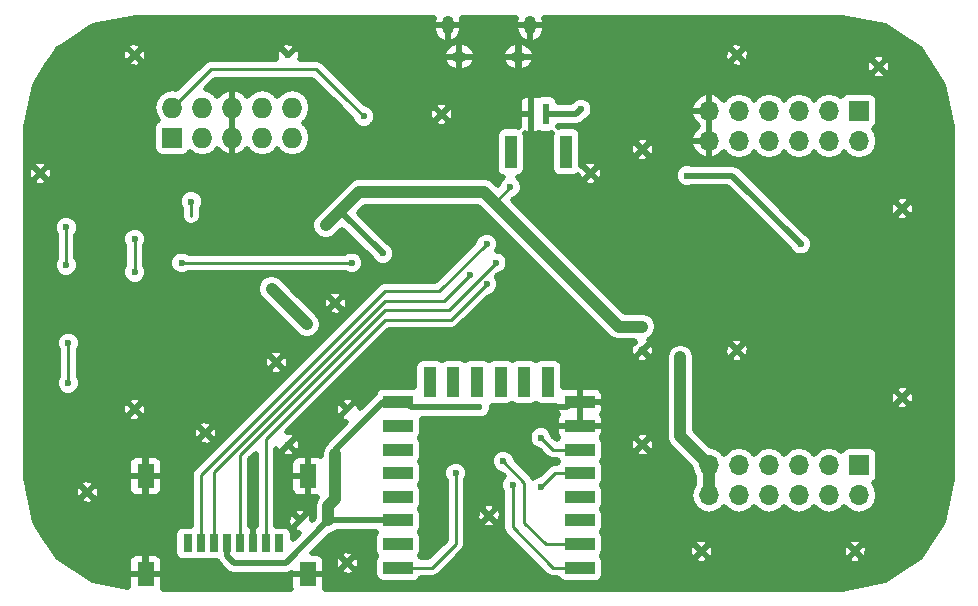
<source format=gbl>
G04 #@! TF.FileFunction,Copper,L2,Bot,Signal*
%FSLAX46Y46*%
G04 Gerber Fmt 4.6, Leading zero omitted, Abs format (unit mm)*
G04 Created by KiCad (PCBNEW 4.0.7) date Tue Jan 16 16:57:22 2018*
%MOMM*%
%LPD*%
G01*
G04 APERTURE LIST*
%ADD10C,0.100000*%
%ADD11C,0.600000*%
%ADD12R,2.500000X1.100000*%
%ADD13R,1.100000X2.500000*%
%ADD14R,0.800000X1.500000*%
%ADD15R,1.450000X2.000000*%
%ADD16O,1.250000X0.950000*%
%ADD17O,1.000000X1.550000*%
%ADD18R,1.700000X1.700000*%
%ADD19O,1.700000X1.700000*%
%ADD20R,0.600000X1.800000*%
%ADD21R,1.000000X2.800000*%
%ADD22R,1.727200X1.727200*%
%ADD23O,1.727200X1.727200*%
%ADD24C,0.250000*%
%ADD25C,0.500000*%
%ADD26C,1.000000*%
G04 APERTURE END LIST*
D10*
D11*
X74000000Y-93400000D03*
X98600000Y-64000000D03*
X123000000Y-55000000D03*
X125000000Y-67000000D03*
X111000000Y-54000000D03*
X103000000Y-62000000D03*
X125000000Y-83000000D03*
X121000000Y-96000000D03*
X103000000Y-79000000D03*
X111000000Y-79000000D03*
X108000000Y-96000000D03*
X103000000Y-87000000D03*
X90000000Y-93000000D03*
X56000000Y-91000000D03*
X78000000Y-97000000D03*
X78000000Y-84000000D03*
X73000000Y-87000000D03*
X60000000Y-84000000D03*
X66000000Y-86000000D03*
X72000000Y-80000000D03*
X77000000Y-75000000D03*
X86000000Y-59000000D03*
X73000000Y-54000000D03*
X60000000Y-54000000D03*
X52000000Y-64000000D03*
D12*
X82300000Y-97400000D03*
X82300000Y-95400000D03*
X82300000Y-93400000D03*
X82300000Y-91400000D03*
X82300000Y-89400000D03*
X82300000Y-87400000D03*
X82300000Y-85400000D03*
X82300000Y-83400000D03*
X97700000Y-83400000D03*
X97700000Y-85400000D03*
X97700000Y-87400000D03*
X97700000Y-89400000D03*
X97700000Y-91400000D03*
X97700000Y-93400000D03*
X97700000Y-95400000D03*
X97700000Y-97400000D03*
D13*
X84990000Y-81700000D03*
X86990000Y-81700000D03*
X88990000Y-81700000D03*
X90990000Y-81700000D03*
X92990000Y-81700000D03*
X94990000Y-81700000D03*
D14*
X64525000Y-95350000D03*
X65625000Y-95350000D03*
X66725000Y-95350000D03*
X67825000Y-95350000D03*
X68925000Y-95350000D03*
X70025000Y-95350000D03*
X71125000Y-95350000D03*
X72225000Y-95350000D03*
D15*
X60925000Y-89650000D03*
X60925000Y-97950000D03*
X74675000Y-89650000D03*
X74675000Y-97950000D03*
D16*
X92500000Y-54150000D03*
X87500000Y-54150000D03*
D17*
X93500000Y-51450000D03*
X86500000Y-51450000D03*
D18*
X121350000Y-88730000D03*
D19*
X121350000Y-91270000D03*
X118810000Y-88730000D03*
X118810000Y-91270000D03*
X116270000Y-88730000D03*
X116270000Y-91270000D03*
X113730000Y-88730000D03*
X113730000Y-91270000D03*
X111190000Y-88730000D03*
X111190000Y-91270000D03*
X108650000Y-88730000D03*
X108650000Y-91270000D03*
D18*
X121350000Y-58730000D03*
D19*
X121350000Y-61270000D03*
X118810000Y-58730000D03*
X118810000Y-61270000D03*
X116270000Y-58730000D03*
X116270000Y-61270000D03*
X113730000Y-58730000D03*
X113730000Y-61270000D03*
X111190000Y-58730000D03*
X111190000Y-61270000D03*
X108650000Y-58730000D03*
X108650000Y-61270000D03*
D20*
X94825000Y-59000000D03*
X93575000Y-59000000D03*
D21*
X91850000Y-62200000D03*
X96550000Y-62200000D03*
D22*
X63200000Y-61000000D03*
D23*
X63200000Y-58460000D03*
X65740000Y-61000000D03*
X65740000Y-58460000D03*
X68280000Y-61000000D03*
X68280000Y-58460000D03*
X70820000Y-61000000D03*
X70820000Y-58460000D03*
X73360000Y-61000000D03*
X73360000Y-58460000D03*
D11*
X64800000Y-66400000D03*
X106800000Y-64200000D03*
X116400000Y-70000000D03*
X122000000Y-76800000D03*
X121000000Y-77900000D03*
X68800000Y-81000000D03*
X72600000Y-92400000D03*
X70000000Y-92400000D03*
X57800000Y-81000000D03*
X58200000Y-69200000D03*
X93600000Y-64800000D03*
X123600000Y-74800000D03*
X119400000Y-79000000D03*
X99800000Y-79600000D03*
X80200000Y-79000000D03*
X82800000Y-71400000D03*
X79800000Y-82800000D03*
X84800000Y-85000000D03*
X93200000Y-85600000D03*
X100600000Y-52200000D03*
X90800000Y-83800000D03*
X74600000Y-76800000D03*
X71600000Y-73800000D03*
X77000000Y-87800000D03*
X106200000Y-79600000D03*
X99200000Y-75000000D03*
X81000000Y-70800000D03*
X91800000Y-65200000D03*
X76200000Y-68400000D03*
X103000000Y-77000000D03*
X89200000Y-83800000D03*
X70000000Y-97000000D03*
X94400000Y-86400000D03*
X60000000Y-69600000D03*
X60000000Y-72400000D03*
X54400000Y-78400000D03*
X54400000Y-81800000D03*
X97800000Y-58600000D03*
X79400000Y-59200000D03*
X87200000Y-89400000D03*
X94400000Y-90600000D03*
X91200000Y-88400000D03*
X92000000Y-90400000D03*
X88400000Y-72600000D03*
X90600000Y-71600000D03*
X89800000Y-73400000D03*
X89800000Y-70000000D03*
X54200000Y-71800000D03*
X54200000Y-68600000D03*
X78400000Y-71600000D03*
X64000000Y-71600000D03*
D24*
X64800000Y-67600000D02*
X64800000Y-66400000D01*
D25*
X110600000Y-64200000D02*
X106800000Y-64200000D01*
X116400000Y-70000000D02*
X110600000Y-64200000D01*
X70025000Y-95350000D02*
X70025000Y-92425000D01*
X70025000Y-92425000D02*
X70000000Y-92400000D01*
X90800000Y-83800000D02*
X96600000Y-83800000D01*
X96600000Y-83800000D02*
X97000000Y-83400000D01*
X83000000Y-83400000D02*
X81000000Y-83400000D01*
X77000000Y-87400000D02*
X77000000Y-87800000D01*
X81000000Y-83400000D02*
X77000000Y-87400000D01*
D26*
X76400000Y-93400000D02*
X76400000Y-92200000D01*
X76400000Y-92200000D02*
X77000000Y-91600000D01*
X77000000Y-91600000D02*
X77000000Y-87800000D01*
X77000000Y-87800000D02*
X77000000Y-87800000D01*
X71600000Y-73800000D02*
X74600000Y-76800000D01*
X106200000Y-86280000D02*
X108650000Y-88730000D01*
X106200000Y-79600000D02*
X106200000Y-86280000D01*
X108650000Y-88730000D02*
X108650000Y-91270000D01*
D25*
X99200000Y-75000000D02*
X99100000Y-75100000D01*
D24*
X77500000Y-67300000D02*
X77300000Y-67300000D01*
D25*
X81000000Y-70800000D02*
X77500000Y-67300000D01*
D24*
X91800000Y-65200000D02*
X90500000Y-66500000D01*
D26*
X76200000Y-68400000D02*
X77300000Y-67300000D01*
X89600000Y-65600000D02*
X90500000Y-66500000D01*
X77300000Y-67300000D02*
X79000000Y-65600000D01*
X79000000Y-65600000D02*
X89600000Y-65600000D01*
X90500000Y-66500000D02*
X99100000Y-75100000D01*
X99100000Y-75100000D02*
X101000000Y-77000000D01*
X101000000Y-77000000D02*
X103000000Y-77000000D01*
D25*
X89200000Y-83800000D02*
X83400000Y-83800000D01*
X83400000Y-83800000D02*
X83000000Y-83400000D01*
D24*
X97000000Y-87400000D02*
X95400000Y-87400000D01*
X95400000Y-87400000D02*
X94400000Y-86400000D01*
D25*
X67825000Y-95350000D02*
X67825000Y-96425000D01*
X76400000Y-93400000D02*
X83000000Y-93400000D01*
X72800000Y-97000000D02*
X76400000Y-93400000D01*
X68400000Y-97000000D02*
X70000000Y-97000000D01*
X70000000Y-97000000D02*
X72800000Y-97000000D01*
X67825000Y-96425000D02*
X68400000Y-97000000D01*
D24*
X60000000Y-69600000D02*
X60000000Y-72400000D01*
X54400000Y-81800000D02*
X54400000Y-78400000D01*
D25*
X94825000Y-59000000D02*
X97400000Y-59000000D01*
X97400000Y-59000000D02*
X97800000Y-58600000D01*
D24*
X77800000Y-57600000D02*
X75400000Y-55200000D01*
X79400000Y-59200000D02*
X77800000Y-57600000D01*
X66460000Y-55200000D02*
X63200000Y-58460000D01*
X75400000Y-55200000D02*
X66460000Y-55200000D01*
X85200000Y-97400000D02*
X87200000Y-95400000D01*
X83000000Y-97400000D02*
X85200000Y-97400000D01*
X87200000Y-95400000D02*
X87200000Y-89400000D01*
X97000000Y-89400000D02*
X95600000Y-89400000D01*
X95600000Y-89400000D02*
X94400000Y-90600000D01*
X97000000Y-95400000D02*
X94800000Y-95400000D01*
X93000000Y-90200000D02*
X91200000Y-88400000D01*
X93000000Y-93600000D02*
X93000000Y-90200000D01*
X94800000Y-95400000D02*
X93000000Y-93600000D01*
X97000000Y-97400000D02*
X95400000Y-97400000D01*
X92000000Y-94000000D02*
X92000000Y-90400000D01*
X95400000Y-97400000D02*
X92000000Y-94000000D01*
X66725000Y-89275000D02*
X81200000Y-74800000D01*
X81200000Y-74800000D02*
X86200000Y-74800000D01*
X86200000Y-74800000D02*
X88400000Y-72600000D01*
X66725000Y-89275000D02*
X66725000Y-95350000D01*
X68925000Y-95350000D02*
X68925000Y-87875000D01*
X86600000Y-75600000D02*
X90600000Y-71600000D01*
X81200000Y-75600000D02*
X86600000Y-75600000D01*
X68925000Y-87875000D02*
X81200000Y-75600000D01*
X71125000Y-95350000D02*
X71125000Y-86475000D01*
X86800000Y-76400000D02*
X89800000Y-73400000D01*
X81200000Y-76400000D02*
X86800000Y-76400000D01*
X71125000Y-86475000D02*
X81200000Y-76400000D01*
X65625000Y-95350000D02*
X65625000Y-89575000D01*
X85800000Y-74000000D02*
X89800000Y-70000000D01*
X81200000Y-74000000D02*
X85800000Y-74000000D01*
X65625000Y-89575000D02*
X81200000Y-74000000D01*
X54200000Y-68600000D02*
X54200000Y-71800000D01*
X78400000Y-71600000D02*
X64000000Y-71600000D01*
D25*
G36*
X85242000Y-51171000D02*
X85242000Y-51446000D01*
X86496000Y-51446000D01*
X86496000Y-51426000D01*
X86504000Y-51426000D01*
X86504000Y-51446000D01*
X87758000Y-51446000D01*
X87758000Y-51171000D01*
X87688032Y-50825000D01*
X92311968Y-50825000D01*
X92242000Y-51171000D01*
X92242000Y-51446000D01*
X93496000Y-51446000D01*
X93496000Y-51426000D01*
X93504000Y-51426000D01*
X93504000Y-51446000D01*
X94758000Y-51446000D01*
X94758000Y-51171000D01*
X94688032Y-50825000D01*
X119918743Y-50825000D01*
X123504935Y-51538338D01*
X126476276Y-53523724D01*
X128461662Y-56495064D01*
X129175000Y-60081256D01*
X129175000Y-89918744D01*
X128461662Y-93504936D01*
X126476276Y-96476276D01*
X123504935Y-98461662D01*
X119918743Y-99175000D01*
X76127255Y-99175000D01*
X76158000Y-99100775D01*
X76158000Y-98143500D01*
X75968500Y-97954000D01*
X74679000Y-97954000D01*
X74679000Y-97974000D01*
X74671000Y-97974000D01*
X74671000Y-97954000D01*
X73381500Y-97954000D01*
X73192000Y-98143500D01*
X73192000Y-99100775D01*
X73222745Y-99175000D01*
X62377255Y-99175000D01*
X62408000Y-99100775D01*
X62408000Y-98143500D01*
X62218500Y-97954000D01*
X60929000Y-97954000D01*
X60929000Y-97974000D01*
X60921000Y-97974000D01*
X60921000Y-97954000D01*
X59631500Y-97954000D01*
X59442000Y-98143500D01*
X59442000Y-99047844D01*
X56495064Y-98461662D01*
X54007052Y-96799225D01*
X59442000Y-96799225D01*
X59442000Y-97756500D01*
X59631500Y-97946000D01*
X60921000Y-97946000D01*
X60921000Y-96381500D01*
X60929000Y-96381500D01*
X60929000Y-97946000D01*
X62218500Y-97946000D01*
X62408000Y-97756500D01*
X62408000Y-96799225D01*
X62292602Y-96520628D01*
X62079373Y-96307399D01*
X61800776Y-96192000D01*
X61118500Y-96192000D01*
X60929000Y-96381500D01*
X60921000Y-96381500D01*
X60731500Y-96192000D01*
X60049224Y-96192000D01*
X59770627Y-96307399D01*
X59557398Y-96520628D01*
X59442000Y-96799225D01*
X54007052Y-96799225D01*
X53523724Y-96476276D01*
X52270037Y-94600000D01*
X63360307Y-94600000D01*
X63360307Y-96100000D01*
X63412604Y-96377933D01*
X63576862Y-96633198D01*
X63827492Y-96804446D01*
X64125000Y-96864693D01*
X64925000Y-96864693D01*
X65080506Y-96835432D01*
X65225000Y-96864693D01*
X66025000Y-96864693D01*
X66180506Y-96835432D01*
X66325000Y-96864693D01*
X66939212Y-96864693D01*
X67117893Y-97132107D01*
X67692893Y-97707107D01*
X68017316Y-97923880D01*
X68400000Y-98000000D01*
X69670251Y-98000000D01*
X69790226Y-98049818D01*
X70207942Y-98050182D01*
X70329392Y-98000000D01*
X72800000Y-98000000D01*
X73182684Y-97923880D01*
X73288605Y-97853105D01*
X73381500Y-97946000D01*
X74671000Y-97946000D01*
X74671000Y-97926000D01*
X74679000Y-97926000D01*
X74679000Y-97946000D01*
X75968500Y-97946000D01*
X76039446Y-97875054D01*
X77369181Y-97875054D01*
X77752067Y-98049849D01*
X78172700Y-98064814D01*
X78567040Y-97917670D01*
X78630819Y-97875054D01*
X78625944Y-97631601D01*
X78000000Y-97005657D01*
X77374056Y-97631601D01*
X77369181Y-97875054D01*
X76039446Y-97875054D01*
X76158000Y-97756500D01*
X76158000Y-97172700D01*
X76935186Y-97172700D01*
X77082330Y-97567040D01*
X77124946Y-97630819D01*
X77368399Y-97625944D01*
X77994343Y-97000000D01*
X78005657Y-97000000D01*
X78631601Y-97625944D01*
X78875054Y-97630819D01*
X79049849Y-97247933D01*
X79064814Y-96827300D01*
X78917670Y-96432960D01*
X78875054Y-96369181D01*
X78631601Y-96374056D01*
X78005657Y-97000000D01*
X77994343Y-97000000D01*
X77368399Y-96374056D01*
X77124946Y-96369181D01*
X76950151Y-96752067D01*
X76935186Y-97172700D01*
X76158000Y-97172700D01*
X76158000Y-96799225D01*
X76042602Y-96520628D01*
X75829373Y-96307399D01*
X75550776Y-96192000D01*
X75022214Y-96192000D01*
X75089268Y-96124946D01*
X77369181Y-96124946D01*
X77374056Y-96368399D01*
X78000000Y-96994343D01*
X78625944Y-96368399D01*
X78630819Y-96124946D01*
X78247933Y-95950151D01*
X77827300Y-95935186D01*
X77432960Y-96082330D01*
X77369181Y-96124946D01*
X75089268Y-96124946D01*
X76604989Y-94609225D01*
X76878354Y-94554849D01*
X77110102Y-94400000D01*
X80448326Y-94400000D01*
X80449015Y-94401071D01*
X80345554Y-94552492D01*
X80285307Y-94850000D01*
X80285307Y-95950000D01*
X80337604Y-96227933D01*
X80449015Y-96401071D01*
X80345554Y-96552492D01*
X80285307Y-96850000D01*
X80285307Y-97950000D01*
X80337604Y-98227933D01*
X80501862Y-98483198D01*
X80752492Y-98654446D01*
X81050000Y-98714693D01*
X83550000Y-98714693D01*
X83827933Y-98662396D01*
X84083198Y-98498138D01*
X84235662Y-98275000D01*
X85200000Y-98275000D01*
X85534848Y-98208395D01*
X85818718Y-98018718D01*
X87818718Y-96018719D01*
X88008395Y-95734848D01*
X88075000Y-95400000D01*
X88075000Y-93875054D01*
X89369181Y-93875054D01*
X89752067Y-94049849D01*
X90172700Y-94064814D01*
X90567040Y-93917670D01*
X90630819Y-93875054D01*
X90625944Y-93631601D01*
X90000000Y-93005657D01*
X89374056Y-93631601D01*
X89369181Y-93875054D01*
X88075000Y-93875054D01*
X88075000Y-93172700D01*
X88935186Y-93172700D01*
X89082330Y-93567040D01*
X89124946Y-93630819D01*
X89368399Y-93625944D01*
X89994343Y-93000000D01*
X90005657Y-93000000D01*
X90631601Y-93625944D01*
X90875054Y-93630819D01*
X91049849Y-93247933D01*
X91064814Y-92827300D01*
X90917670Y-92432960D01*
X90875054Y-92369181D01*
X90631601Y-92374056D01*
X90005657Y-93000000D01*
X89994343Y-93000000D01*
X89368399Y-92374056D01*
X89124946Y-92369181D01*
X88950151Y-92752067D01*
X88935186Y-93172700D01*
X88075000Y-93172700D01*
X88075000Y-92124946D01*
X89369181Y-92124946D01*
X89374056Y-92368399D01*
X90000000Y-92994343D01*
X90625944Y-92368399D01*
X90630819Y-92124946D01*
X90247933Y-91950151D01*
X89827300Y-91935186D01*
X89432960Y-92082330D01*
X89369181Y-92124946D01*
X88075000Y-92124946D01*
X88075000Y-90010156D01*
X88089628Y-89995554D01*
X88249818Y-89609774D01*
X88250182Y-89192058D01*
X88090666Y-88806000D01*
X87892954Y-88607942D01*
X90149818Y-88607942D01*
X90309334Y-88994000D01*
X90604446Y-89289628D01*
X90990226Y-89449818D01*
X91012401Y-89449837D01*
X91238803Y-89676239D01*
X91110372Y-89804446D01*
X90950182Y-90190226D01*
X90949818Y-90607942D01*
X91109334Y-90994000D01*
X91125000Y-91009693D01*
X91125000Y-94000000D01*
X91188188Y-94317670D01*
X91191605Y-94334848D01*
X91381282Y-94618718D01*
X94781281Y-98018718D01*
X94968030Y-98143500D01*
X95065152Y-98208395D01*
X95400000Y-98275000D01*
X95767891Y-98275000D01*
X95901862Y-98483198D01*
X96152492Y-98654446D01*
X96450000Y-98714693D01*
X98950000Y-98714693D01*
X99227933Y-98662396D01*
X99483198Y-98498138D01*
X99654446Y-98247508D01*
X99714693Y-97950000D01*
X99714693Y-96875054D01*
X107369181Y-96875054D01*
X107752067Y-97049849D01*
X108172700Y-97064814D01*
X108567040Y-96917670D01*
X108630819Y-96875054D01*
X120369181Y-96875054D01*
X120752067Y-97049849D01*
X121172700Y-97064814D01*
X121567040Y-96917670D01*
X121630819Y-96875054D01*
X121625944Y-96631601D01*
X121000000Y-96005657D01*
X120374056Y-96631601D01*
X120369181Y-96875054D01*
X108630819Y-96875054D01*
X108625944Y-96631601D01*
X108000000Y-96005657D01*
X107374056Y-96631601D01*
X107369181Y-96875054D01*
X99714693Y-96875054D01*
X99714693Y-96850000D01*
X99662396Y-96572067D01*
X99550985Y-96398929D01*
X99654446Y-96247508D01*
X99669595Y-96172700D01*
X106935186Y-96172700D01*
X107082330Y-96567040D01*
X107124946Y-96630819D01*
X107368399Y-96625944D01*
X107994343Y-96000000D01*
X108005657Y-96000000D01*
X108631601Y-96625944D01*
X108875054Y-96630819D01*
X109049849Y-96247933D01*
X109052525Y-96172700D01*
X119935186Y-96172700D01*
X120082330Y-96567040D01*
X120124946Y-96630819D01*
X120368399Y-96625944D01*
X120994343Y-96000000D01*
X121005657Y-96000000D01*
X121631601Y-96625944D01*
X121875054Y-96630819D01*
X122049849Y-96247933D01*
X122064814Y-95827300D01*
X121917670Y-95432960D01*
X121875054Y-95369181D01*
X121631601Y-95374056D01*
X121005657Y-96000000D01*
X120994343Y-96000000D01*
X120368399Y-95374056D01*
X120124946Y-95369181D01*
X119950151Y-95752067D01*
X119935186Y-96172700D01*
X109052525Y-96172700D01*
X109064814Y-95827300D01*
X108917670Y-95432960D01*
X108875054Y-95369181D01*
X108631601Y-95374056D01*
X108005657Y-96000000D01*
X107994343Y-96000000D01*
X107368399Y-95374056D01*
X107124946Y-95369181D01*
X106950151Y-95752067D01*
X106935186Y-96172700D01*
X99669595Y-96172700D01*
X99714693Y-95950000D01*
X99714693Y-95124946D01*
X107369181Y-95124946D01*
X107374056Y-95368399D01*
X108000000Y-95994343D01*
X108625944Y-95368399D01*
X108630819Y-95124946D01*
X120369181Y-95124946D01*
X120374056Y-95368399D01*
X121000000Y-95994343D01*
X121625944Y-95368399D01*
X121630819Y-95124946D01*
X121247933Y-94950151D01*
X120827300Y-94935186D01*
X120432960Y-95082330D01*
X120369181Y-95124946D01*
X108630819Y-95124946D01*
X108247933Y-94950151D01*
X107827300Y-94935186D01*
X107432960Y-95082330D01*
X107369181Y-95124946D01*
X99714693Y-95124946D01*
X99714693Y-94850000D01*
X99662396Y-94572067D01*
X99550985Y-94398929D01*
X99654446Y-94247508D01*
X99714693Y-93950000D01*
X99714693Y-92850000D01*
X99662396Y-92572067D01*
X99550985Y-92398929D01*
X99654446Y-92247508D01*
X99714693Y-91950000D01*
X99714693Y-90850000D01*
X99662396Y-90572067D01*
X99550985Y-90398929D01*
X99654446Y-90247508D01*
X99714693Y-89950000D01*
X99714693Y-88850000D01*
X99662396Y-88572067D01*
X99550985Y-88398929D01*
X99654446Y-88247508D01*
X99714693Y-87950000D01*
X99714693Y-87875054D01*
X102369181Y-87875054D01*
X102752067Y-88049849D01*
X103172700Y-88064814D01*
X103567040Y-87917670D01*
X103630819Y-87875054D01*
X103625944Y-87631601D01*
X103000000Y-87005657D01*
X102374056Y-87631601D01*
X102369181Y-87875054D01*
X99714693Y-87875054D01*
X99714693Y-87172700D01*
X101935186Y-87172700D01*
X102082330Y-87567040D01*
X102124946Y-87630819D01*
X102368399Y-87625944D01*
X102994343Y-87000000D01*
X103005657Y-87000000D01*
X103631601Y-87625944D01*
X103875054Y-87630819D01*
X104049849Y-87247933D01*
X104064814Y-86827300D01*
X103917670Y-86432960D01*
X103875054Y-86369181D01*
X103631601Y-86374056D01*
X103005657Y-87000000D01*
X102994343Y-87000000D01*
X102368399Y-86374056D01*
X102124946Y-86369181D01*
X101950151Y-86752067D01*
X101935186Y-87172700D01*
X99714693Y-87172700D01*
X99714693Y-86850000D01*
X99662396Y-86572067D01*
X99559622Y-86412352D01*
X99592602Y-86379372D01*
X99697988Y-86124946D01*
X102369181Y-86124946D01*
X102374056Y-86368399D01*
X103000000Y-86994343D01*
X103625944Y-86368399D01*
X103630819Y-86124946D01*
X103247933Y-85950151D01*
X102827300Y-85935186D01*
X102432960Y-86082330D01*
X102369181Y-86124946D01*
X99697988Y-86124946D01*
X99708000Y-86100775D01*
X99708000Y-85593500D01*
X99518500Y-85404000D01*
X97704000Y-85404000D01*
X97704000Y-85424000D01*
X97696000Y-85424000D01*
X97696000Y-85404000D01*
X95881500Y-85404000D01*
X95692000Y-85593500D01*
X95692000Y-86100775D01*
X95807398Y-86379372D01*
X95840930Y-86412904D01*
X95764338Y-86525000D01*
X95762437Y-86525000D01*
X95450164Y-86212728D01*
X95450182Y-86192058D01*
X95290666Y-85806000D01*
X94995554Y-85510372D01*
X94609774Y-85350182D01*
X94192058Y-85349818D01*
X93806000Y-85509334D01*
X93510372Y-85804446D01*
X93350182Y-86190226D01*
X93349818Y-86607942D01*
X93509334Y-86994000D01*
X93804446Y-87289628D01*
X94190226Y-87449818D01*
X94212401Y-87449837D01*
X94781282Y-88018719D01*
X95065152Y-88208395D01*
X95400000Y-88275000D01*
X95767891Y-88275000D01*
X95849015Y-88401071D01*
X95764338Y-88525000D01*
X95600000Y-88525000D01*
X95265152Y-88591605D01*
X94981281Y-88781282D01*
X94212728Y-89549836D01*
X94192058Y-89549818D01*
X93806000Y-89709334D01*
X93744981Y-89770246D01*
X93618718Y-89581281D01*
X92250164Y-88212728D01*
X92250182Y-88192058D01*
X92090666Y-87806000D01*
X91795554Y-87510372D01*
X91409774Y-87350182D01*
X90992058Y-87349818D01*
X90606000Y-87509334D01*
X90310372Y-87804446D01*
X90150182Y-88190226D01*
X90149818Y-88607942D01*
X87892954Y-88607942D01*
X87795554Y-88510372D01*
X87409774Y-88350182D01*
X86992058Y-88349818D01*
X86606000Y-88509334D01*
X86310372Y-88804446D01*
X86150182Y-89190226D01*
X86149818Y-89607942D01*
X86309334Y-89994000D01*
X86325000Y-90009693D01*
X86325000Y-95037563D01*
X84837564Y-96525000D01*
X84232109Y-96525000D01*
X84150985Y-96398929D01*
X84254446Y-96247508D01*
X84314693Y-95950000D01*
X84314693Y-94850000D01*
X84262396Y-94572067D01*
X84150985Y-94398929D01*
X84254446Y-94247508D01*
X84314693Y-93950000D01*
X84314693Y-92850000D01*
X84262396Y-92572067D01*
X84150985Y-92398929D01*
X84254446Y-92247508D01*
X84314693Y-91950000D01*
X84314693Y-90850000D01*
X84262396Y-90572067D01*
X84150985Y-90398929D01*
X84254446Y-90247508D01*
X84314693Y-89950000D01*
X84314693Y-88850000D01*
X84262396Y-88572067D01*
X84150985Y-88398929D01*
X84254446Y-88247508D01*
X84314693Y-87950000D01*
X84314693Y-86850000D01*
X84262396Y-86572067D01*
X84150985Y-86398929D01*
X84254446Y-86247508D01*
X84314693Y-85950000D01*
X84314693Y-84850000D01*
X84305285Y-84800000D01*
X88870251Y-84800000D01*
X88990226Y-84849818D01*
X89407942Y-84850182D01*
X89794000Y-84690666D01*
X90089628Y-84395554D01*
X90249818Y-84009774D01*
X90250109Y-83676239D01*
X90440000Y-83714693D01*
X91540000Y-83714693D01*
X91817933Y-83662396D01*
X91991071Y-83550985D01*
X92142492Y-83654446D01*
X92440000Y-83714693D01*
X93540000Y-83714693D01*
X93817933Y-83662396D01*
X93991071Y-83550985D01*
X94142492Y-83654446D01*
X94440000Y-83714693D01*
X95540000Y-83714693D01*
X95692000Y-83686092D01*
X95692000Y-84100775D01*
X95807398Y-84379372D01*
X95828026Y-84400000D01*
X95807398Y-84420628D01*
X95692000Y-84699225D01*
X95692000Y-85206500D01*
X95881500Y-85396000D01*
X97696000Y-85396000D01*
X97696000Y-83404000D01*
X97704000Y-83404000D01*
X97704000Y-85396000D01*
X99518500Y-85396000D01*
X99708000Y-85206500D01*
X99708000Y-84699225D01*
X99592602Y-84420628D01*
X99571974Y-84400000D01*
X99592602Y-84379372D01*
X99708000Y-84100775D01*
X99708000Y-83593500D01*
X99518500Y-83404000D01*
X97704000Y-83404000D01*
X97696000Y-83404000D01*
X97676000Y-83404000D01*
X97676000Y-83396000D01*
X97696000Y-83396000D01*
X97696000Y-82281500D01*
X97704000Y-82281500D01*
X97704000Y-83396000D01*
X99518500Y-83396000D01*
X99708000Y-83206500D01*
X99708000Y-82699225D01*
X99592602Y-82420628D01*
X99379373Y-82207399D01*
X99100776Y-82092000D01*
X97893500Y-82092000D01*
X97704000Y-82281500D01*
X97696000Y-82281500D01*
X97506500Y-82092000D01*
X96304693Y-82092000D01*
X96304693Y-80450000D01*
X96252396Y-80172067D01*
X96088138Y-79916802D01*
X96027038Y-79875054D01*
X102369181Y-79875054D01*
X102752067Y-80049849D01*
X103172700Y-80064814D01*
X103567040Y-79917670D01*
X103630819Y-79875054D01*
X103625944Y-79631601D01*
X103000000Y-79005657D01*
X102374056Y-79631601D01*
X102369181Y-79875054D01*
X96027038Y-79875054D01*
X95837508Y-79745554D01*
X95540000Y-79685307D01*
X94440000Y-79685307D01*
X94162067Y-79737604D01*
X93988929Y-79849015D01*
X93837508Y-79745554D01*
X93540000Y-79685307D01*
X92440000Y-79685307D01*
X92162067Y-79737604D01*
X91988929Y-79849015D01*
X91837508Y-79745554D01*
X91540000Y-79685307D01*
X90440000Y-79685307D01*
X90162067Y-79737604D01*
X89988929Y-79849015D01*
X89837508Y-79745554D01*
X89540000Y-79685307D01*
X88440000Y-79685307D01*
X88162067Y-79737604D01*
X87988929Y-79849015D01*
X87837508Y-79745554D01*
X87540000Y-79685307D01*
X86440000Y-79685307D01*
X86162067Y-79737604D01*
X85988929Y-79849015D01*
X85837508Y-79745554D01*
X85540000Y-79685307D01*
X84440000Y-79685307D01*
X84162067Y-79737604D01*
X83906802Y-79901862D01*
X83735554Y-80152492D01*
X83675307Y-80450000D01*
X83675307Y-82110682D01*
X83550000Y-82085307D01*
X81050000Y-82085307D01*
X80772067Y-82137604D01*
X80516802Y-82301862D01*
X80345554Y-82552492D01*
X80320913Y-82674170D01*
X80292893Y-82692893D01*
X79061358Y-83924428D01*
X79064814Y-83827300D01*
X78917670Y-83432960D01*
X78875054Y-83369181D01*
X78631601Y-83374056D01*
X78005657Y-84000000D01*
X78019799Y-84014142D01*
X78014142Y-84019799D01*
X78000000Y-84005657D01*
X77374056Y-84631601D01*
X77369181Y-84875054D01*
X77752067Y-85049849D01*
X77929620Y-85056166D01*
X76292893Y-86692893D01*
X76166018Y-86882774D01*
X76116117Y-86916117D01*
X75845151Y-87321646D01*
X75750000Y-87800000D01*
X75750000Y-87974522D01*
X75550776Y-87892000D01*
X74868500Y-87892000D01*
X74679000Y-88081500D01*
X74679000Y-89646000D01*
X74699000Y-89646000D01*
X74699000Y-89654000D01*
X74679000Y-89654000D01*
X74679000Y-91218500D01*
X74868500Y-91408000D01*
X75454723Y-91408000D01*
X75245151Y-91721646D01*
X75150000Y-92200000D01*
X75150000Y-93235786D01*
X75061358Y-93324428D01*
X75064814Y-93227300D01*
X74917670Y-92832960D01*
X74875054Y-92769181D01*
X74631601Y-92774056D01*
X74005657Y-93400000D01*
X74019799Y-93414142D01*
X74014142Y-93419799D01*
X74000000Y-93405657D01*
X73374056Y-94031601D01*
X73369181Y-94275054D01*
X73752067Y-94449849D01*
X73929620Y-94456166D01*
X73389693Y-94996093D01*
X73389693Y-94600000D01*
X73337396Y-94322067D01*
X73173138Y-94066802D01*
X72922508Y-93895554D01*
X72625000Y-93835307D01*
X72000000Y-93835307D01*
X72000000Y-93572700D01*
X72935186Y-93572700D01*
X73082330Y-93967040D01*
X73124946Y-94030819D01*
X73368399Y-94025944D01*
X73994343Y-93400000D01*
X73368399Y-92774056D01*
X73124946Y-92769181D01*
X72950151Y-93152067D01*
X72935186Y-93572700D01*
X72000000Y-93572700D01*
X72000000Y-92524946D01*
X73369181Y-92524946D01*
X73374056Y-92768399D01*
X74000000Y-93394343D01*
X74625944Y-92768399D01*
X74630819Y-92524946D01*
X74247933Y-92350151D01*
X73827300Y-92335186D01*
X73432960Y-92482330D01*
X73369181Y-92524946D01*
X72000000Y-92524946D01*
X72000000Y-89843500D01*
X73192000Y-89843500D01*
X73192000Y-90800775D01*
X73307398Y-91079372D01*
X73520627Y-91292601D01*
X73799224Y-91408000D01*
X74481500Y-91408000D01*
X74671000Y-91218500D01*
X74671000Y-89654000D01*
X73381500Y-89654000D01*
X73192000Y-89843500D01*
X72000000Y-89843500D01*
X72000000Y-88499225D01*
X73192000Y-88499225D01*
X73192000Y-89456500D01*
X73381500Y-89646000D01*
X74671000Y-89646000D01*
X74671000Y-88081500D01*
X74481500Y-87892000D01*
X73799224Y-87892000D01*
X73520627Y-88007399D01*
X73307398Y-88220628D01*
X73192000Y-88499225D01*
X72000000Y-88499225D01*
X72000000Y-87875054D01*
X72369181Y-87875054D01*
X72752067Y-88049849D01*
X73172700Y-88064814D01*
X73567040Y-87917670D01*
X73630819Y-87875054D01*
X73625944Y-87631601D01*
X73000000Y-87005657D01*
X72374056Y-87631601D01*
X72369181Y-87875054D01*
X72000000Y-87875054D01*
X72000000Y-87346399D01*
X72082330Y-87567040D01*
X72124946Y-87630819D01*
X72368399Y-87625944D01*
X72994343Y-87000000D01*
X73005657Y-87000000D01*
X73631601Y-87625944D01*
X73875054Y-87630819D01*
X74049849Y-87247933D01*
X74064814Y-86827300D01*
X73917670Y-86432960D01*
X73875054Y-86369181D01*
X73631601Y-86374056D01*
X73005657Y-87000000D01*
X72994343Y-87000000D01*
X72980201Y-86985858D01*
X72985858Y-86980201D01*
X73000000Y-86994343D01*
X73625944Y-86368399D01*
X73630819Y-86124946D01*
X73247933Y-85950151D01*
X72899675Y-85937761D01*
X74664736Y-84172700D01*
X76935186Y-84172700D01*
X77082330Y-84567040D01*
X77124946Y-84630819D01*
X77368399Y-84625944D01*
X77994343Y-84000000D01*
X77368399Y-83374056D01*
X77124946Y-83369181D01*
X76950151Y-83752067D01*
X76935186Y-84172700D01*
X74664736Y-84172700D01*
X75712490Y-83124946D01*
X77369181Y-83124946D01*
X77374056Y-83368399D01*
X78000000Y-83994343D01*
X78625944Y-83368399D01*
X78630819Y-83124946D01*
X78247933Y-82950151D01*
X77827300Y-82935186D01*
X77432960Y-83082330D01*
X77369181Y-83124946D01*
X75712490Y-83124946D01*
X81562437Y-77275000D01*
X86800000Y-77275000D01*
X87134848Y-77208395D01*
X87418718Y-77018718D01*
X89987273Y-74450164D01*
X90007942Y-74450182D01*
X90394000Y-74290666D01*
X90689628Y-73995554D01*
X90849818Y-73609774D01*
X90850182Y-73192058D01*
X90690666Y-72806000D01*
X90661077Y-72776360D01*
X90787273Y-72650164D01*
X90807942Y-72650182D01*
X91194000Y-72490666D01*
X91489628Y-72195554D01*
X91649818Y-71809774D01*
X91650182Y-71392058D01*
X91490666Y-71006000D01*
X91195554Y-70710372D01*
X90809774Y-70550182D01*
X90708505Y-70550094D01*
X90849818Y-70209774D01*
X90850182Y-69792058D01*
X90690666Y-69406000D01*
X90395554Y-69110372D01*
X90009774Y-68950182D01*
X89592058Y-68949818D01*
X89206000Y-69109334D01*
X88910372Y-69404446D01*
X88750182Y-69790226D01*
X88750163Y-69812400D01*
X85437564Y-73125000D01*
X81200000Y-73125000D01*
X80872085Y-73190226D01*
X80865152Y-73191605D01*
X80581281Y-73381282D01*
X65006282Y-88956282D01*
X64816605Y-89240152D01*
X64750000Y-89575000D01*
X64750000Y-93835307D01*
X64125000Y-93835307D01*
X63847067Y-93887604D01*
X63591802Y-94051862D01*
X63420554Y-94302492D01*
X63360307Y-94600000D01*
X52270037Y-94600000D01*
X51538338Y-93504935D01*
X51214135Y-91875054D01*
X55369181Y-91875054D01*
X55752067Y-92049849D01*
X56172700Y-92064814D01*
X56567040Y-91917670D01*
X56630819Y-91875054D01*
X56625944Y-91631601D01*
X56000000Y-91005657D01*
X55374056Y-91631601D01*
X55369181Y-91875054D01*
X51214135Y-91875054D01*
X51074428Y-91172700D01*
X54935186Y-91172700D01*
X55082330Y-91567040D01*
X55124946Y-91630819D01*
X55368399Y-91625944D01*
X55994343Y-91000000D01*
X56005657Y-91000000D01*
X56631601Y-91625944D01*
X56875054Y-91630819D01*
X57049849Y-91247933D01*
X57064814Y-90827300D01*
X56917670Y-90432960D01*
X56875054Y-90369181D01*
X56631601Y-90374056D01*
X56005657Y-91000000D01*
X55994343Y-91000000D01*
X55368399Y-90374056D01*
X55124946Y-90369181D01*
X54950151Y-90752067D01*
X54935186Y-91172700D01*
X51074428Y-91172700D01*
X50866017Y-90124946D01*
X55369181Y-90124946D01*
X55374056Y-90368399D01*
X56000000Y-90994343D01*
X56625944Y-90368399D01*
X56630819Y-90124946D01*
X56247933Y-89950151D01*
X55827300Y-89935186D01*
X55432960Y-90082330D01*
X55369181Y-90124946D01*
X50866017Y-90124946D01*
X50825000Y-89918743D01*
X50825000Y-89843500D01*
X59442000Y-89843500D01*
X59442000Y-90800775D01*
X59557398Y-91079372D01*
X59770627Y-91292601D01*
X60049224Y-91408000D01*
X60731500Y-91408000D01*
X60921000Y-91218500D01*
X60921000Y-89654000D01*
X60929000Y-89654000D01*
X60929000Y-91218500D01*
X61118500Y-91408000D01*
X61800776Y-91408000D01*
X62079373Y-91292601D01*
X62292602Y-91079372D01*
X62408000Y-90800775D01*
X62408000Y-89843500D01*
X62218500Y-89654000D01*
X60929000Y-89654000D01*
X60921000Y-89654000D01*
X59631500Y-89654000D01*
X59442000Y-89843500D01*
X50825000Y-89843500D01*
X50825000Y-88499225D01*
X59442000Y-88499225D01*
X59442000Y-89456500D01*
X59631500Y-89646000D01*
X60921000Y-89646000D01*
X60921000Y-88081500D01*
X60929000Y-88081500D01*
X60929000Y-89646000D01*
X62218500Y-89646000D01*
X62408000Y-89456500D01*
X62408000Y-88499225D01*
X62292602Y-88220628D01*
X62079373Y-88007399D01*
X61800776Y-87892000D01*
X61118500Y-87892000D01*
X60929000Y-88081500D01*
X60921000Y-88081500D01*
X60731500Y-87892000D01*
X60049224Y-87892000D01*
X59770627Y-88007399D01*
X59557398Y-88220628D01*
X59442000Y-88499225D01*
X50825000Y-88499225D01*
X50825000Y-86875054D01*
X65369181Y-86875054D01*
X65752067Y-87049849D01*
X66172700Y-87064814D01*
X66567040Y-86917670D01*
X66630819Y-86875054D01*
X66625944Y-86631601D01*
X66000000Y-86005657D01*
X65374056Y-86631601D01*
X65369181Y-86875054D01*
X50825000Y-86875054D01*
X50825000Y-86172700D01*
X64935186Y-86172700D01*
X65082330Y-86567040D01*
X65124946Y-86630819D01*
X65368399Y-86625944D01*
X65994343Y-86000000D01*
X66005657Y-86000000D01*
X66631601Y-86625944D01*
X66875054Y-86630819D01*
X67049849Y-86247933D01*
X67064814Y-85827300D01*
X66917670Y-85432960D01*
X66875054Y-85369181D01*
X66631601Y-85374056D01*
X66005657Y-86000000D01*
X65994343Y-86000000D01*
X65368399Y-85374056D01*
X65124946Y-85369181D01*
X64950151Y-85752067D01*
X64935186Y-86172700D01*
X50825000Y-86172700D01*
X50825000Y-85124946D01*
X65369181Y-85124946D01*
X65374056Y-85368399D01*
X66000000Y-85994343D01*
X66625944Y-85368399D01*
X66630819Y-85124946D01*
X66247933Y-84950151D01*
X65827300Y-84935186D01*
X65432960Y-85082330D01*
X65369181Y-85124946D01*
X50825000Y-85124946D01*
X50825000Y-84875054D01*
X59369181Y-84875054D01*
X59752067Y-85049849D01*
X60172700Y-85064814D01*
X60567040Y-84917670D01*
X60630819Y-84875054D01*
X60625944Y-84631601D01*
X60000000Y-84005657D01*
X59374056Y-84631601D01*
X59369181Y-84875054D01*
X50825000Y-84875054D01*
X50825000Y-84172700D01*
X58935186Y-84172700D01*
X59082330Y-84567040D01*
X59124946Y-84630819D01*
X59368399Y-84625944D01*
X59994343Y-84000000D01*
X60005657Y-84000000D01*
X60631601Y-84625944D01*
X60875054Y-84630819D01*
X61049849Y-84247933D01*
X61064814Y-83827300D01*
X60917670Y-83432960D01*
X60875054Y-83369181D01*
X60631601Y-83374056D01*
X60005657Y-84000000D01*
X59994343Y-84000000D01*
X59368399Y-83374056D01*
X59124946Y-83369181D01*
X58950151Y-83752067D01*
X58935186Y-84172700D01*
X50825000Y-84172700D01*
X50825000Y-83124946D01*
X59369181Y-83124946D01*
X59374056Y-83368399D01*
X60000000Y-83994343D01*
X60625944Y-83368399D01*
X60630819Y-83124946D01*
X60247933Y-82950151D01*
X59827300Y-82935186D01*
X59432960Y-83082330D01*
X59369181Y-83124946D01*
X50825000Y-83124946D01*
X50825000Y-78607942D01*
X53349818Y-78607942D01*
X53509334Y-78994000D01*
X53525000Y-79009693D01*
X53525000Y-81189844D01*
X53510372Y-81204446D01*
X53350182Y-81590226D01*
X53349818Y-82007942D01*
X53509334Y-82394000D01*
X53804446Y-82689628D01*
X54190226Y-82849818D01*
X54607942Y-82850182D01*
X54994000Y-82690666D01*
X55289628Y-82395554D01*
X55449818Y-82009774D01*
X55450182Y-81592058D01*
X55290666Y-81206000D01*
X55275000Y-81190307D01*
X55275000Y-80875054D01*
X71369181Y-80875054D01*
X71752067Y-81049849D01*
X72172700Y-81064814D01*
X72567040Y-80917670D01*
X72630819Y-80875054D01*
X72625944Y-80631601D01*
X72000000Y-80005657D01*
X71374056Y-80631601D01*
X71369181Y-80875054D01*
X55275000Y-80875054D01*
X55275000Y-80172700D01*
X70935186Y-80172700D01*
X71082330Y-80567040D01*
X71124946Y-80630819D01*
X71368399Y-80625944D01*
X71994343Y-80000000D01*
X72005657Y-80000000D01*
X72631601Y-80625944D01*
X72875054Y-80630819D01*
X73049849Y-80247933D01*
X73064814Y-79827300D01*
X72917670Y-79432960D01*
X72875054Y-79369181D01*
X72631601Y-79374056D01*
X72005657Y-80000000D01*
X71994343Y-80000000D01*
X71368399Y-79374056D01*
X71124946Y-79369181D01*
X70950151Y-79752067D01*
X70935186Y-80172700D01*
X55275000Y-80172700D01*
X55275000Y-79124946D01*
X71369181Y-79124946D01*
X71374056Y-79368399D01*
X72000000Y-79994343D01*
X72625944Y-79368399D01*
X72630819Y-79124946D01*
X72247933Y-78950151D01*
X71827300Y-78935186D01*
X71432960Y-79082330D01*
X71369181Y-79124946D01*
X55275000Y-79124946D01*
X55275000Y-79010156D01*
X55289628Y-78995554D01*
X55449818Y-78609774D01*
X55450182Y-78192058D01*
X55290666Y-77806000D01*
X54995554Y-77510372D01*
X54609774Y-77350182D01*
X54192058Y-77349818D01*
X53806000Y-77509334D01*
X53510372Y-77804446D01*
X53350182Y-78190226D01*
X53349818Y-78607942D01*
X50825000Y-78607942D01*
X50825000Y-73800000D01*
X70350001Y-73800000D01*
X70445151Y-74278354D01*
X70716117Y-74683883D01*
X73716117Y-77683884D01*
X74121646Y-77954849D01*
X74600000Y-78050000D01*
X75078354Y-77954849D01*
X75483884Y-77683884D01*
X75754849Y-77278354D01*
X75850000Y-76800000D01*
X75754849Y-76321646D01*
X75483884Y-75916117D01*
X75442821Y-75875054D01*
X76369181Y-75875054D01*
X76752067Y-76049849D01*
X77172700Y-76064814D01*
X77567040Y-75917670D01*
X77630819Y-75875054D01*
X77625944Y-75631601D01*
X77000000Y-75005657D01*
X76374056Y-75631601D01*
X76369181Y-75875054D01*
X75442821Y-75875054D01*
X74740467Y-75172700D01*
X75935186Y-75172700D01*
X76082330Y-75567040D01*
X76124946Y-75630819D01*
X76368399Y-75625944D01*
X76994343Y-75000000D01*
X77005657Y-75000000D01*
X77631601Y-75625944D01*
X77875054Y-75630819D01*
X78049849Y-75247933D01*
X78064814Y-74827300D01*
X77917670Y-74432960D01*
X77875054Y-74369181D01*
X77631601Y-74374056D01*
X77005657Y-75000000D01*
X76994343Y-75000000D01*
X76368399Y-74374056D01*
X76124946Y-74369181D01*
X75950151Y-74752067D01*
X75935186Y-75172700D01*
X74740467Y-75172700D01*
X73692713Y-74124946D01*
X76369181Y-74124946D01*
X76374056Y-74368399D01*
X77000000Y-74994343D01*
X77625944Y-74368399D01*
X77630819Y-74124946D01*
X77247933Y-73950151D01*
X76827300Y-73935186D01*
X76432960Y-74082330D01*
X76369181Y-74124946D01*
X73692713Y-74124946D01*
X72483883Y-72916117D01*
X72078354Y-72645151D01*
X71600000Y-72550001D01*
X71121646Y-72645151D01*
X70716117Y-72916117D01*
X70445151Y-73321646D01*
X70350001Y-73800000D01*
X50825000Y-73800000D01*
X50825000Y-68807942D01*
X53149818Y-68807942D01*
X53309334Y-69194000D01*
X53325000Y-69209693D01*
X53325000Y-71189844D01*
X53310372Y-71204446D01*
X53150182Y-71590226D01*
X53149818Y-72007942D01*
X53309334Y-72394000D01*
X53604446Y-72689628D01*
X53990226Y-72849818D01*
X54407942Y-72850182D01*
X54794000Y-72690666D01*
X55089628Y-72395554D01*
X55249818Y-72009774D01*
X55250182Y-71592058D01*
X55090666Y-71206000D01*
X55075000Y-71190307D01*
X55075000Y-69807942D01*
X58949818Y-69807942D01*
X59109334Y-70194000D01*
X59125000Y-70209693D01*
X59125000Y-71789844D01*
X59110372Y-71804446D01*
X58950182Y-72190226D01*
X58949818Y-72607942D01*
X59109334Y-72994000D01*
X59404446Y-73289628D01*
X59790226Y-73449818D01*
X60207942Y-73450182D01*
X60594000Y-73290666D01*
X60889628Y-72995554D01*
X61049818Y-72609774D01*
X61050182Y-72192058D01*
X60891469Y-71807942D01*
X62949818Y-71807942D01*
X63109334Y-72194000D01*
X63404446Y-72489628D01*
X63790226Y-72649818D01*
X64207942Y-72650182D01*
X64594000Y-72490666D01*
X64609693Y-72475000D01*
X77789844Y-72475000D01*
X77804446Y-72489628D01*
X78190226Y-72649818D01*
X78607942Y-72650182D01*
X78994000Y-72490666D01*
X79289628Y-72195554D01*
X79449818Y-71809774D01*
X79450182Y-71392058D01*
X79290666Y-71006000D01*
X78995554Y-70710372D01*
X78609774Y-70550182D01*
X78192058Y-70549818D01*
X77806000Y-70709334D01*
X77790307Y-70725000D01*
X64610156Y-70725000D01*
X64595554Y-70710372D01*
X64209774Y-70550182D01*
X63792058Y-70549818D01*
X63406000Y-70709334D01*
X63110372Y-71004446D01*
X62950182Y-71390226D01*
X62949818Y-71807942D01*
X60891469Y-71807942D01*
X60890666Y-71806000D01*
X60875000Y-71790307D01*
X60875000Y-70210156D01*
X60889628Y-70195554D01*
X61049818Y-69809774D01*
X61050182Y-69392058D01*
X60890666Y-69006000D01*
X60595554Y-68710372D01*
X60209774Y-68550182D01*
X59792058Y-68549818D01*
X59406000Y-68709334D01*
X59110372Y-69004446D01*
X58950182Y-69390226D01*
X58949818Y-69807942D01*
X55075000Y-69807942D01*
X55075000Y-69210156D01*
X55089628Y-69195554D01*
X55249818Y-68809774D01*
X55250182Y-68392058D01*
X55090666Y-68006000D01*
X54795554Y-67710372D01*
X54409774Y-67550182D01*
X53992058Y-67549818D01*
X53606000Y-67709334D01*
X53310372Y-68004446D01*
X53150182Y-68390226D01*
X53149818Y-68807942D01*
X50825000Y-68807942D01*
X50825000Y-66607942D01*
X63749818Y-66607942D01*
X63909334Y-66994000D01*
X63925000Y-67009693D01*
X63925000Y-67600000D01*
X63991605Y-67934848D01*
X64181282Y-68218718D01*
X64465152Y-68408395D01*
X64800000Y-68475000D01*
X65134848Y-68408395D01*
X65147411Y-68400000D01*
X74950001Y-68400000D01*
X75045151Y-68878354D01*
X75316117Y-69283883D01*
X75721646Y-69554849D01*
X76200000Y-69649999D01*
X76678354Y-69554849D01*
X77083883Y-69283883D01*
X77576776Y-68790990D01*
X80059726Y-71273939D01*
X80109334Y-71394000D01*
X80404446Y-71689628D01*
X80790226Y-71849818D01*
X81207942Y-71850182D01*
X81594000Y-71690666D01*
X81889628Y-71395554D01*
X82049818Y-71009774D01*
X82050182Y-70592058D01*
X81890666Y-70206000D01*
X81595554Y-69910372D01*
X81474190Y-69859977D01*
X78990990Y-67376776D01*
X79517767Y-66850000D01*
X89082234Y-66850000D01*
X89616116Y-67383883D01*
X89616119Y-67383885D01*
X98216117Y-75983884D01*
X98216120Y-75983886D01*
X100116117Y-77883884D01*
X100476893Y-78124946D01*
X100521646Y-78154849D01*
X101000000Y-78250000D01*
X102244341Y-78250000D01*
X102368397Y-78374056D01*
X102124946Y-78369181D01*
X101950151Y-78752067D01*
X101935186Y-79172700D01*
X102082330Y-79567040D01*
X102124946Y-79630819D01*
X102368399Y-79625944D01*
X102994343Y-79000000D01*
X103005657Y-79000000D01*
X103631601Y-79625944D01*
X103875054Y-79630819D01*
X103889123Y-79600000D01*
X104950000Y-79600000D01*
X104950000Y-86280000D01*
X105026064Y-86662396D01*
X105045151Y-86758354D01*
X105316117Y-87163883D01*
X107083874Y-88931641D01*
X107171793Y-89373639D01*
X107400000Y-89715176D01*
X107400000Y-90284824D01*
X107171793Y-90626361D01*
X107050000Y-91238654D01*
X107050000Y-91301346D01*
X107171793Y-91913639D01*
X107518629Y-92432717D01*
X108037707Y-92779553D01*
X108650000Y-92901346D01*
X109262293Y-92779553D01*
X109781371Y-92432717D01*
X109920000Y-92225244D01*
X110058629Y-92432717D01*
X110577707Y-92779553D01*
X111190000Y-92901346D01*
X111802293Y-92779553D01*
X112321371Y-92432717D01*
X112460000Y-92225244D01*
X112598629Y-92432717D01*
X113117707Y-92779553D01*
X113730000Y-92901346D01*
X114342293Y-92779553D01*
X114861371Y-92432717D01*
X115000000Y-92225244D01*
X115138629Y-92432717D01*
X115657707Y-92779553D01*
X116270000Y-92901346D01*
X116882293Y-92779553D01*
X117401371Y-92432717D01*
X117540000Y-92225244D01*
X117678629Y-92432717D01*
X118197707Y-92779553D01*
X118810000Y-92901346D01*
X119422293Y-92779553D01*
X119941371Y-92432717D01*
X120080000Y-92225244D01*
X120218629Y-92432717D01*
X120737707Y-92779553D01*
X121350000Y-92901346D01*
X121962293Y-92779553D01*
X122481371Y-92432717D01*
X122828207Y-91913639D01*
X122950000Y-91301346D01*
X122950000Y-91238654D01*
X122828207Y-90626361D01*
X122566835Y-90235189D01*
X122733198Y-90128138D01*
X122904446Y-89877508D01*
X122964693Y-89580000D01*
X122964693Y-87880000D01*
X122912396Y-87602067D01*
X122748138Y-87346802D01*
X122497508Y-87175554D01*
X122200000Y-87115307D01*
X120500000Y-87115307D01*
X120222067Y-87167604D01*
X119966802Y-87331862D01*
X119848394Y-87505158D01*
X119422293Y-87220447D01*
X118810000Y-87098654D01*
X118197707Y-87220447D01*
X117678629Y-87567283D01*
X117540000Y-87774756D01*
X117401371Y-87567283D01*
X116882293Y-87220447D01*
X116270000Y-87098654D01*
X115657707Y-87220447D01*
X115138629Y-87567283D01*
X115000000Y-87774756D01*
X114861371Y-87567283D01*
X114342293Y-87220447D01*
X113730000Y-87098654D01*
X113117707Y-87220447D01*
X112598629Y-87567283D01*
X112460000Y-87774756D01*
X112321371Y-87567283D01*
X111802293Y-87220447D01*
X111190000Y-87098654D01*
X110577707Y-87220447D01*
X110058629Y-87567283D01*
X109920000Y-87774756D01*
X109781371Y-87567283D01*
X109262293Y-87220447D01*
X108820294Y-87132528D01*
X107450000Y-85762234D01*
X107450000Y-83875054D01*
X124369181Y-83875054D01*
X124752067Y-84049849D01*
X125172700Y-84064814D01*
X125567040Y-83917670D01*
X125630819Y-83875054D01*
X125625944Y-83631601D01*
X125000000Y-83005657D01*
X124374056Y-83631601D01*
X124369181Y-83875054D01*
X107450000Y-83875054D01*
X107450000Y-83172700D01*
X123935186Y-83172700D01*
X124082330Y-83567040D01*
X124124946Y-83630819D01*
X124368399Y-83625944D01*
X124994343Y-83000000D01*
X125005657Y-83000000D01*
X125631601Y-83625944D01*
X125875054Y-83630819D01*
X126049849Y-83247933D01*
X126064814Y-82827300D01*
X125917670Y-82432960D01*
X125875054Y-82369181D01*
X125631601Y-82374056D01*
X125005657Y-83000000D01*
X124994343Y-83000000D01*
X124368399Y-82374056D01*
X124124946Y-82369181D01*
X123950151Y-82752067D01*
X123935186Y-83172700D01*
X107450000Y-83172700D01*
X107450000Y-82124946D01*
X124369181Y-82124946D01*
X124374056Y-82368399D01*
X125000000Y-82994343D01*
X125625944Y-82368399D01*
X125630819Y-82124946D01*
X125247933Y-81950151D01*
X124827300Y-81935186D01*
X124432960Y-82082330D01*
X124369181Y-82124946D01*
X107450000Y-82124946D01*
X107450000Y-79875054D01*
X110369181Y-79875054D01*
X110752067Y-80049849D01*
X111172700Y-80064814D01*
X111567040Y-79917670D01*
X111630819Y-79875054D01*
X111625944Y-79631601D01*
X111000000Y-79005657D01*
X110374056Y-79631601D01*
X110369181Y-79875054D01*
X107450000Y-79875054D01*
X107450000Y-79600000D01*
X107365005Y-79172700D01*
X109935186Y-79172700D01*
X110082330Y-79567040D01*
X110124946Y-79630819D01*
X110368399Y-79625944D01*
X110994343Y-79000000D01*
X111005657Y-79000000D01*
X111631601Y-79625944D01*
X111875054Y-79630819D01*
X112049849Y-79247933D01*
X112064814Y-78827300D01*
X111917670Y-78432960D01*
X111875054Y-78369181D01*
X111631601Y-78374056D01*
X111005657Y-79000000D01*
X110994343Y-79000000D01*
X110368399Y-78374056D01*
X110124946Y-78369181D01*
X109950151Y-78752067D01*
X109935186Y-79172700D01*
X107365005Y-79172700D01*
X107354849Y-79121646D01*
X107083883Y-78716117D01*
X106678354Y-78445151D01*
X106200000Y-78350000D01*
X105721646Y-78445151D01*
X105316117Y-78716117D01*
X105045151Y-79121646D01*
X104950000Y-79600000D01*
X103889123Y-79600000D01*
X104049849Y-79247933D01*
X104064814Y-78827300D01*
X103917670Y-78432960D01*
X103875054Y-78369181D01*
X103631601Y-78374056D01*
X103005657Y-79000000D01*
X102994343Y-79000000D01*
X102980201Y-78985858D01*
X102985858Y-78980201D01*
X103000000Y-78994343D01*
X103625944Y-78368399D01*
X103630819Y-78124946D01*
X110369181Y-78124946D01*
X110374056Y-78368399D01*
X111000000Y-78994343D01*
X111625944Y-78368399D01*
X111630819Y-78124946D01*
X111247933Y-77950151D01*
X110827300Y-77935186D01*
X110432960Y-78082330D01*
X110369181Y-78124946D01*
X103630819Y-78124946D01*
X103566828Y-78095733D01*
X103883883Y-77883883D01*
X104154849Y-77478354D01*
X104250000Y-77000000D01*
X104154849Y-76521646D01*
X103883883Y-76116117D01*
X103478354Y-75845151D01*
X103000000Y-75750000D01*
X101517767Y-75750000D01*
X99983886Y-74216120D01*
X99983884Y-74216117D01*
X92015022Y-66247256D01*
X92394000Y-66090666D01*
X92689628Y-65795554D01*
X92849818Y-65409774D01*
X92850182Y-64992058D01*
X92801837Y-64875054D01*
X97969181Y-64875054D01*
X98352067Y-65049849D01*
X98772700Y-65064814D01*
X99167040Y-64917670D01*
X99230819Y-64875054D01*
X99225944Y-64631601D01*
X98600000Y-64005657D01*
X97974056Y-64631601D01*
X97969181Y-64875054D01*
X92801837Y-64875054D01*
X92690666Y-64606000D01*
X92434002Y-64348887D01*
X92627933Y-64312396D01*
X92883198Y-64148138D01*
X93054446Y-63897508D01*
X93114693Y-63600000D01*
X93114693Y-60800000D01*
X93084910Y-60641715D01*
X93124224Y-60658000D01*
X93381500Y-60658000D01*
X93571000Y-60468500D01*
X93571000Y-59004000D01*
X92706500Y-59004000D01*
X92517000Y-59193500D01*
X92517000Y-60050775D01*
X92525297Y-60070806D01*
X92350000Y-60035307D01*
X91350000Y-60035307D01*
X91072067Y-60087604D01*
X90816802Y-60251862D01*
X90645554Y-60502492D01*
X90585307Y-60800000D01*
X90585307Y-63600000D01*
X90637604Y-63877933D01*
X90801862Y-64133198D01*
X91052492Y-64304446D01*
X91184182Y-64331114D01*
X90910372Y-64604446D01*
X90752474Y-64984707D01*
X90483883Y-64716117D01*
X90078354Y-64445151D01*
X89600000Y-64350000D01*
X79000000Y-64350000D01*
X78521646Y-64445151D01*
X78116116Y-64716117D01*
X76416120Y-66416114D01*
X76416117Y-66416116D01*
X75316117Y-67516117D01*
X75045151Y-67921646D01*
X74950001Y-68400000D01*
X65147411Y-68400000D01*
X65418718Y-68218718D01*
X65608395Y-67934848D01*
X65675000Y-67600000D01*
X65675000Y-67010156D01*
X65689628Y-66995554D01*
X65849818Y-66609774D01*
X65850182Y-66192058D01*
X65690666Y-65806000D01*
X65395554Y-65510372D01*
X65009774Y-65350182D01*
X64592058Y-65349818D01*
X64206000Y-65509334D01*
X63910372Y-65804446D01*
X63750182Y-66190226D01*
X63749818Y-66607942D01*
X50825000Y-66607942D01*
X50825000Y-64875054D01*
X51369181Y-64875054D01*
X51752067Y-65049849D01*
X52172700Y-65064814D01*
X52567040Y-64917670D01*
X52630819Y-64875054D01*
X52625944Y-64631601D01*
X52000000Y-64005657D01*
X51374056Y-64631601D01*
X51369181Y-64875054D01*
X50825000Y-64875054D01*
X50825000Y-64172700D01*
X50935186Y-64172700D01*
X51082330Y-64567040D01*
X51124946Y-64630819D01*
X51368399Y-64625944D01*
X51994343Y-64000000D01*
X52005657Y-64000000D01*
X52631601Y-64625944D01*
X52875054Y-64630819D01*
X53049849Y-64247933D01*
X53064814Y-63827300D01*
X52917670Y-63432960D01*
X52875054Y-63369181D01*
X52631601Y-63374056D01*
X52005657Y-64000000D01*
X51994343Y-64000000D01*
X51368399Y-63374056D01*
X51124946Y-63369181D01*
X50950151Y-63752067D01*
X50935186Y-64172700D01*
X50825000Y-64172700D01*
X50825000Y-63124946D01*
X51369181Y-63124946D01*
X51374056Y-63368399D01*
X52000000Y-63994343D01*
X52625944Y-63368399D01*
X52630819Y-63124946D01*
X52247933Y-62950151D01*
X51827300Y-62935186D01*
X51432960Y-63082330D01*
X51369181Y-63124946D01*
X50825000Y-63124946D01*
X50825000Y-60136400D01*
X61571707Y-60136400D01*
X61571707Y-61863600D01*
X61624004Y-62141533D01*
X61788262Y-62396798D01*
X62038892Y-62568046D01*
X62336400Y-62628293D01*
X64063600Y-62628293D01*
X64341533Y-62575996D01*
X64596798Y-62411738D01*
X64709672Y-62246541D01*
X65122502Y-62522384D01*
X65740000Y-62645212D01*
X66357498Y-62522384D01*
X66880988Y-62172600D01*
X67013820Y-61973803D01*
X67330087Y-62314249D01*
X67905336Y-62577724D01*
X68022376Y-62601005D01*
X68276000Y-62432094D01*
X68276000Y-61004000D01*
X68256000Y-61004000D01*
X68256000Y-60996000D01*
X68276000Y-60996000D01*
X68276000Y-58464000D01*
X68256000Y-58464000D01*
X68256000Y-58456000D01*
X68276000Y-58456000D01*
X68276000Y-57027906D01*
X68284000Y-57027906D01*
X68284000Y-58456000D01*
X68304000Y-58456000D01*
X68304000Y-58464000D01*
X68284000Y-58464000D01*
X68284000Y-60996000D01*
X68304000Y-60996000D01*
X68304000Y-61004000D01*
X68284000Y-61004000D01*
X68284000Y-62432094D01*
X68537624Y-62601005D01*
X68654664Y-62577724D01*
X69229913Y-62314249D01*
X69546180Y-61973803D01*
X69679012Y-62172600D01*
X70202502Y-62522384D01*
X70820000Y-62645212D01*
X71437498Y-62522384D01*
X71960988Y-62172600D01*
X72090000Y-61979519D01*
X72219012Y-62172600D01*
X72742502Y-62522384D01*
X73360000Y-62645212D01*
X73977498Y-62522384D01*
X74500988Y-62172600D01*
X74850772Y-61649110D01*
X74973600Y-61031612D01*
X74973600Y-60968388D01*
X74850772Y-60350890D01*
X74500988Y-59827400D01*
X74355218Y-59730000D01*
X74500988Y-59632600D01*
X74850772Y-59109110D01*
X74973600Y-58491612D01*
X74973600Y-58428388D01*
X74850772Y-57810890D01*
X74500988Y-57287400D01*
X73977498Y-56937616D01*
X73360000Y-56814788D01*
X72742502Y-56937616D01*
X72219012Y-57287400D01*
X72090000Y-57480481D01*
X71960988Y-57287400D01*
X71437498Y-56937616D01*
X70820000Y-56814788D01*
X70202502Y-56937616D01*
X69679012Y-57287400D01*
X69546180Y-57486197D01*
X69229913Y-57145751D01*
X68654664Y-56882276D01*
X68537624Y-56858995D01*
X68284000Y-57027906D01*
X68276000Y-57027906D01*
X68022376Y-56858995D01*
X67905336Y-56882276D01*
X67330087Y-57145751D01*
X67013820Y-57486197D01*
X66880988Y-57287400D01*
X66357498Y-56937616D01*
X66025800Y-56871637D01*
X66822437Y-56075000D01*
X75037564Y-56075000D01*
X77181282Y-58218719D01*
X77181285Y-58218721D01*
X78349836Y-59387273D01*
X78349818Y-59407942D01*
X78509334Y-59794000D01*
X78804446Y-60089628D01*
X79190226Y-60249818D01*
X79607942Y-60250182D01*
X79994000Y-60090666D01*
X80209988Y-59875054D01*
X85369181Y-59875054D01*
X85752067Y-60049849D01*
X86172700Y-60064814D01*
X86567040Y-59917670D01*
X86630819Y-59875054D01*
X86625944Y-59631601D01*
X86000000Y-59005657D01*
X85374056Y-59631601D01*
X85369181Y-59875054D01*
X80209988Y-59875054D01*
X80289628Y-59795554D01*
X80449818Y-59409774D01*
X80450024Y-59172700D01*
X84935186Y-59172700D01*
X85082330Y-59567040D01*
X85124946Y-59630819D01*
X85368399Y-59625944D01*
X85994343Y-59000000D01*
X86005657Y-59000000D01*
X86631601Y-59625944D01*
X86875054Y-59630819D01*
X87049849Y-59247933D01*
X87064814Y-58827300D01*
X86917670Y-58432960D01*
X86875054Y-58369181D01*
X86631601Y-58374056D01*
X86005657Y-59000000D01*
X85994343Y-59000000D01*
X85368399Y-58374056D01*
X85124946Y-58369181D01*
X84950151Y-58752067D01*
X84935186Y-59172700D01*
X80450024Y-59172700D01*
X80450182Y-58992058D01*
X80290666Y-58606000D01*
X79995554Y-58310372D01*
X79609774Y-58150182D01*
X79587599Y-58150163D01*
X79562382Y-58124946D01*
X85369181Y-58124946D01*
X85374056Y-58368399D01*
X86000000Y-58994343D01*
X86625944Y-58368399D01*
X86630819Y-58124946D01*
X86247933Y-57950151D01*
X86221906Y-57949225D01*
X92517000Y-57949225D01*
X92517000Y-58806500D01*
X92706500Y-58996000D01*
X93571000Y-58996000D01*
X93571000Y-57531500D01*
X93579000Y-57531500D01*
X93579000Y-58996000D01*
X93599000Y-58996000D01*
X93599000Y-59004000D01*
X93579000Y-59004000D01*
X93579000Y-60468500D01*
X93768500Y-60658000D01*
X94025776Y-60658000D01*
X94200157Y-60585769D01*
X94227492Y-60604446D01*
X94525000Y-60664693D01*
X95125000Y-60664693D01*
X95320143Y-60627974D01*
X95285307Y-60800000D01*
X95285307Y-63600000D01*
X95337604Y-63877933D01*
X95501862Y-64133198D01*
X95752492Y-64304446D01*
X96050000Y-64364693D01*
X97050000Y-64364693D01*
X97327933Y-64312396D01*
X97537091Y-64177807D01*
X97682330Y-64567040D01*
X97724946Y-64630819D01*
X97968399Y-64625944D01*
X98594343Y-64000000D01*
X98605657Y-64000000D01*
X99231601Y-64625944D01*
X99475054Y-64630819D01*
X99576801Y-64407942D01*
X105749818Y-64407942D01*
X105909334Y-64794000D01*
X106204446Y-65089628D01*
X106590226Y-65249818D01*
X107007942Y-65250182D01*
X107129392Y-65200000D01*
X110185786Y-65200000D01*
X115459726Y-70473940D01*
X115509334Y-70594000D01*
X115804446Y-70889628D01*
X116190226Y-71049818D01*
X116607942Y-71050182D01*
X116994000Y-70890666D01*
X117289628Y-70595554D01*
X117449818Y-70209774D01*
X117450182Y-69792058D01*
X117290666Y-69406000D01*
X116995554Y-69110372D01*
X116874192Y-69059978D01*
X115689268Y-67875054D01*
X124369181Y-67875054D01*
X124752067Y-68049849D01*
X125172700Y-68064814D01*
X125567040Y-67917670D01*
X125630819Y-67875054D01*
X125625944Y-67631601D01*
X125000000Y-67005657D01*
X124374056Y-67631601D01*
X124369181Y-67875054D01*
X115689268Y-67875054D01*
X114986914Y-67172700D01*
X123935186Y-67172700D01*
X124082330Y-67567040D01*
X124124946Y-67630819D01*
X124368399Y-67625944D01*
X124994343Y-67000000D01*
X125005657Y-67000000D01*
X125631601Y-67625944D01*
X125875054Y-67630819D01*
X126049849Y-67247933D01*
X126064814Y-66827300D01*
X125917670Y-66432960D01*
X125875054Y-66369181D01*
X125631601Y-66374056D01*
X125005657Y-67000000D01*
X124994343Y-67000000D01*
X124368399Y-66374056D01*
X124124946Y-66369181D01*
X123950151Y-66752067D01*
X123935186Y-67172700D01*
X114986914Y-67172700D01*
X113939160Y-66124946D01*
X124369181Y-66124946D01*
X124374056Y-66368399D01*
X125000000Y-66994343D01*
X125625944Y-66368399D01*
X125630819Y-66124946D01*
X125247933Y-65950151D01*
X124827300Y-65935186D01*
X124432960Y-66082330D01*
X124369181Y-66124946D01*
X113939160Y-66124946D01*
X111307107Y-63492893D01*
X110982684Y-63276120D01*
X110600000Y-63200000D01*
X107129749Y-63200000D01*
X107009774Y-63150182D01*
X106592058Y-63149818D01*
X106206000Y-63309334D01*
X105910372Y-63604446D01*
X105750182Y-63990226D01*
X105749818Y-64407942D01*
X99576801Y-64407942D01*
X99649849Y-64247933D01*
X99664814Y-63827300D01*
X99517670Y-63432960D01*
X99475054Y-63369181D01*
X99231601Y-63374056D01*
X98605657Y-64000000D01*
X98594343Y-64000000D01*
X97968399Y-63374056D01*
X97814693Y-63370978D01*
X97814693Y-63124946D01*
X97969181Y-63124946D01*
X97974056Y-63368399D01*
X98600000Y-63994343D01*
X99225944Y-63368399D01*
X99230819Y-63124946D01*
X98847933Y-62950151D01*
X98427300Y-62935186D01*
X98032960Y-63082330D01*
X97969181Y-63124946D01*
X97814693Y-63124946D01*
X97814693Y-62875054D01*
X102369181Y-62875054D01*
X102752067Y-63049849D01*
X103172700Y-63064814D01*
X103567040Y-62917670D01*
X103630819Y-62875054D01*
X103625944Y-62631601D01*
X103000000Y-62005657D01*
X102374056Y-62631601D01*
X102369181Y-62875054D01*
X97814693Y-62875054D01*
X97814693Y-62172700D01*
X101935186Y-62172700D01*
X102082330Y-62567040D01*
X102124946Y-62630819D01*
X102368399Y-62625944D01*
X102994343Y-62000000D01*
X103005657Y-62000000D01*
X103631601Y-62625944D01*
X103875054Y-62630819D01*
X104049849Y-62247933D01*
X104064814Y-61827300D01*
X103952200Y-61525497D01*
X107062428Y-61525497D01*
X107281049Y-62113586D01*
X107708081Y-62573247D01*
X108278511Y-62834500D01*
X108394503Y-62857572D01*
X108646000Y-62688494D01*
X108646000Y-61274000D01*
X107231505Y-61274000D01*
X107062428Y-61525497D01*
X103952200Y-61525497D01*
X103917670Y-61432960D01*
X103875054Y-61369181D01*
X103631601Y-61374056D01*
X103005657Y-62000000D01*
X102994343Y-62000000D01*
X102368399Y-61374056D01*
X102124946Y-61369181D01*
X101950151Y-61752067D01*
X101935186Y-62172700D01*
X97814693Y-62172700D01*
X97814693Y-61124946D01*
X102369181Y-61124946D01*
X102374056Y-61368399D01*
X103000000Y-61994343D01*
X103625944Y-61368399D01*
X103630819Y-61124946D01*
X103247933Y-60950151D01*
X102827300Y-60935186D01*
X102432960Y-61082330D01*
X102369181Y-61124946D01*
X97814693Y-61124946D01*
X97814693Y-60800000D01*
X97762396Y-60522067D01*
X97598138Y-60266802D01*
X97347508Y-60095554D01*
X97050000Y-60035307D01*
X96050000Y-60035307D01*
X95854857Y-60072026D01*
X95869442Y-60000000D01*
X97400000Y-60000000D01*
X97782684Y-59923880D01*
X98107107Y-59707107D01*
X98273940Y-59540274D01*
X98394000Y-59490666D01*
X98689628Y-59195554D01*
X98776851Y-58985497D01*
X107062428Y-58985497D01*
X107281049Y-59573586D01*
X107677194Y-60000000D01*
X107281049Y-60426414D01*
X107062428Y-61014503D01*
X107231505Y-61266000D01*
X108646000Y-61266000D01*
X108646000Y-58734000D01*
X107231505Y-58734000D01*
X107062428Y-58985497D01*
X98776851Y-58985497D01*
X98849818Y-58809774D01*
X98850110Y-58474503D01*
X107062428Y-58474503D01*
X107231505Y-58726000D01*
X108646000Y-58726000D01*
X108646000Y-57311506D01*
X108654000Y-57311506D01*
X108654000Y-58726000D01*
X108674000Y-58726000D01*
X108674000Y-58734000D01*
X108654000Y-58734000D01*
X108654000Y-61266000D01*
X108674000Y-61266000D01*
X108674000Y-61274000D01*
X108654000Y-61274000D01*
X108654000Y-62688494D01*
X108905497Y-62857572D01*
X109021489Y-62834500D01*
X109591919Y-62573247D01*
X109918000Y-62222250D01*
X110058629Y-62432717D01*
X110577707Y-62779553D01*
X111190000Y-62901346D01*
X111802293Y-62779553D01*
X112321371Y-62432717D01*
X112460000Y-62225244D01*
X112598629Y-62432717D01*
X113117707Y-62779553D01*
X113730000Y-62901346D01*
X114342293Y-62779553D01*
X114861371Y-62432717D01*
X115000000Y-62225244D01*
X115138629Y-62432717D01*
X115657707Y-62779553D01*
X116270000Y-62901346D01*
X116882293Y-62779553D01*
X117401371Y-62432717D01*
X117540000Y-62225244D01*
X117678629Y-62432717D01*
X118197707Y-62779553D01*
X118810000Y-62901346D01*
X119422293Y-62779553D01*
X119941371Y-62432717D01*
X120080000Y-62225244D01*
X120218629Y-62432717D01*
X120737707Y-62779553D01*
X121350000Y-62901346D01*
X121962293Y-62779553D01*
X122481371Y-62432717D01*
X122828207Y-61913639D01*
X122950000Y-61301346D01*
X122950000Y-61238654D01*
X122828207Y-60626361D01*
X122566835Y-60235189D01*
X122733198Y-60128138D01*
X122904446Y-59877508D01*
X122964693Y-59580000D01*
X122964693Y-57880000D01*
X122912396Y-57602067D01*
X122748138Y-57346802D01*
X122497508Y-57175554D01*
X122200000Y-57115307D01*
X120500000Y-57115307D01*
X120222067Y-57167604D01*
X119966802Y-57331862D01*
X119848394Y-57505158D01*
X119422293Y-57220447D01*
X118810000Y-57098654D01*
X118197707Y-57220447D01*
X117678629Y-57567283D01*
X117540000Y-57774756D01*
X117401371Y-57567283D01*
X116882293Y-57220447D01*
X116270000Y-57098654D01*
X115657707Y-57220447D01*
X115138629Y-57567283D01*
X115000000Y-57774756D01*
X114861371Y-57567283D01*
X114342293Y-57220447D01*
X113730000Y-57098654D01*
X113117707Y-57220447D01*
X112598629Y-57567283D01*
X112460000Y-57774756D01*
X112321371Y-57567283D01*
X111802293Y-57220447D01*
X111190000Y-57098654D01*
X110577707Y-57220447D01*
X110058629Y-57567283D01*
X109918000Y-57777750D01*
X109591919Y-57426753D01*
X109021489Y-57165500D01*
X108905497Y-57142428D01*
X108654000Y-57311506D01*
X108646000Y-57311506D01*
X108394503Y-57142428D01*
X108278511Y-57165500D01*
X107708081Y-57426753D01*
X107281049Y-57886414D01*
X107062428Y-58474503D01*
X98850110Y-58474503D01*
X98850182Y-58392058D01*
X98690666Y-58006000D01*
X98395554Y-57710372D01*
X98009774Y-57550182D01*
X97592058Y-57549818D01*
X97206000Y-57709334D01*
X96914826Y-58000000D01*
X95870877Y-58000000D01*
X95837396Y-57822067D01*
X95673138Y-57566802D01*
X95422508Y-57395554D01*
X95125000Y-57335307D01*
X94525000Y-57335307D01*
X94247067Y-57387604D01*
X94203521Y-57415625D01*
X94025776Y-57342000D01*
X93768500Y-57342000D01*
X93579000Y-57531500D01*
X93571000Y-57531500D01*
X93381500Y-57342000D01*
X93124224Y-57342000D01*
X92845627Y-57457399D01*
X92632398Y-57670628D01*
X92517000Y-57949225D01*
X86221906Y-57949225D01*
X85827300Y-57935186D01*
X85432960Y-58082330D01*
X85369181Y-58124946D01*
X79562382Y-58124946D01*
X78418721Y-56981285D01*
X78418719Y-56981282D01*
X77312491Y-55875054D01*
X122369181Y-55875054D01*
X122752067Y-56049849D01*
X123172700Y-56064814D01*
X123567040Y-55917670D01*
X123630819Y-55875054D01*
X123625944Y-55631601D01*
X123000000Y-55005657D01*
X122374056Y-55631601D01*
X122369181Y-55875054D01*
X77312491Y-55875054D01*
X76018718Y-54581282D01*
X75734848Y-54391605D01*
X75509768Y-54346834D01*
X86132812Y-54346834D01*
X86209326Y-54618154D01*
X86475309Y-55019035D01*
X86874456Y-55287613D01*
X87346000Y-55383000D01*
X87496000Y-55383000D01*
X87496000Y-54154000D01*
X87504000Y-54154000D01*
X87504000Y-55383000D01*
X87654000Y-55383000D01*
X88125544Y-55287613D01*
X88524691Y-55019035D01*
X88790674Y-54618154D01*
X88867188Y-54346834D01*
X91132812Y-54346834D01*
X91209326Y-54618154D01*
X91475309Y-55019035D01*
X91874456Y-55287613D01*
X92346000Y-55383000D01*
X92496000Y-55383000D01*
X92496000Y-54154000D01*
X92504000Y-54154000D01*
X92504000Y-55383000D01*
X92654000Y-55383000D01*
X93125544Y-55287613D01*
X93296321Y-55172700D01*
X121935186Y-55172700D01*
X122082330Y-55567040D01*
X122124946Y-55630819D01*
X122368399Y-55625944D01*
X122994343Y-55000000D01*
X123005657Y-55000000D01*
X123631601Y-55625944D01*
X123875054Y-55630819D01*
X124049849Y-55247933D01*
X124064814Y-54827300D01*
X123917670Y-54432960D01*
X123875054Y-54369181D01*
X123631601Y-54374056D01*
X123005657Y-55000000D01*
X122994343Y-55000000D01*
X122368399Y-54374056D01*
X122124946Y-54369181D01*
X121950151Y-54752067D01*
X121935186Y-55172700D01*
X93296321Y-55172700D01*
X93524691Y-55019035D01*
X93620221Y-54875054D01*
X110369181Y-54875054D01*
X110752067Y-55049849D01*
X111172700Y-55064814D01*
X111567040Y-54917670D01*
X111630819Y-54875054D01*
X111625944Y-54631601D01*
X111000000Y-54005657D01*
X110374056Y-54631601D01*
X110369181Y-54875054D01*
X93620221Y-54875054D01*
X93790674Y-54618154D01*
X93867188Y-54346834D01*
X93710337Y-54172700D01*
X109935186Y-54172700D01*
X110082330Y-54567040D01*
X110124946Y-54630819D01*
X110368399Y-54625944D01*
X110994343Y-54000000D01*
X111005657Y-54000000D01*
X111631601Y-54625944D01*
X111875054Y-54630819D01*
X112049849Y-54247933D01*
X112054224Y-54124946D01*
X122369181Y-54124946D01*
X122374056Y-54368399D01*
X123000000Y-54994343D01*
X123625944Y-54368399D01*
X123630819Y-54124946D01*
X123247933Y-53950151D01*
X122827300Y-53935186D01*
X122432960Y-54082330D01*
X122369181Y-54124946D01*
X112054224Y-54124946D01*
X112064814Y-53827300D01*
X111917670Y-53432960D01*
X111875054Y-53369181D01*
X111631601Y-53374056D01*
X111005657Y-54000000D01*
X110994343Y-54000000D01*
X110368399Y-53374056D01*
X110124946Y-53369181D01*
X109950151Y-53752067D01*
X109935186Y-54172700D01*
X93710337Y-54172700D01*
X93693492Y-54154000D01*
X92504000Y-54154000D01*
X92496000Y-54154000D01*
X91306508Y-54154000D01*
X91132812Y-54346834D01*
X88867188Y-54346834D01*
X88693492Y-54154000D01*
X87504000Y-54154000D01*
X87496000Y-54154000D01*
X86306508Y-54154000D01*
X86132812Y-54346834D01*
X75509768Y-54346834D01*
X75400000Y-54325000D01*
X74014666Y-54325000D01*
X74049849Y-54247933D01*
X74060336Y-53953166D01*
X86132812Y-53953166D01*
X86306508Y-54146000D01*
X87496000Y-54146000D01*
X87496000Y-52917000D01*
X87504000Y-52917000D01*
X87504000Y-54146000D01*
X88693492Y-54146000D01*
X88867188Y-53953166D01*
X91132812Y-53953166D01*
X91306508Y-54146000D01*
X92496000Y-54146000D01*
X92496000Y-52917000D01*
X92504000Y-52917000D01*
X92504000Y-54146000D01*
X93693492Y-54146000D01*
X93867188Y-53953166D01*
X93790674Y-53681846D01*
X93524691Y-53280965D01*
X93292824Y-53124946D01*
X110369181Y-53124946D01*
X110374056Y-53368399D01*
X111000000Y-53994343D01*
X111625944Y-53368399D01*
X111630819Y-53124946D01*
X111247933Y-52950151D01*
X110827300Y-52935186D01*
X110432960Y-53082330D01*
X110369181Y-53124946D01*
X93292824Y-53124946D01*
X93125544Y-53012387D01*
X92654000Y-52917000D01*
X92504000Y-52917000D01*
X92496000Y-52917000D01*
X92346000Y-52917000D01*
X91874456Y-53012387D01*
X91475309Y-53280965D01*
X91209326Y-53681846D01*
X91132812Y-53953166D01*
X88867188Y-53953166D01*
X88790674Y-53681846D01*
X88524691Y-53280965D01*
X88125544Y-53012387D01*
X87654000Y-52917000D01*
X87504000Y-52917000D01*
X87496000Y-52917000D01*
X87346000Y-52917000D01*
X86874456Y-53012387D01*
X86475309Y-53280965D01*
X86209326Y-53681846D01*
X86132812Y-53953166D01*
X74060336Y-53953166D01*
X74064814Y-53827300D01*
X73917670Y-53432960D01*
X73875054Y-53369181D01*
X73631601Y-53374056D01*
X73005657Y-54000000D01*
X73019799Y-54014142D01*
X73014142Y-54019799D01*
X73000000Y-54005657D01*
X72985858Y-54019799D01*
X72980201Y-54014142D01*
X72994343Y-54000000D01*
X72368399Y-53374056D01*
X72124946Y-53369181D01*
X71950151Y-53752067D01*
X71935186Y-54172700D01*
X71992015Y-54325000D01*
X66460000Y-54325000D01*
X66125152Y-54391605D01*
X65841281Y-54581282D01*
X63540121Y-56882442D01*
X63200000Y-56814788D01*
X62582502Y-56937616D01*
X62059012Y-57287400D01*
X61709228Y-57810890D01*
X61586400Y-58428388D01*
X61586400Y-58491612D01*
X61709228Y-59109110D01*
X61961377Y-59486479D01*
X61803202Y-59588262D01*
X61631954Y-59838892D01*
X61571707Y-60136400D01*
X50825000Y-60136400D01*
X50825000Y-60081257D01*
X51538338Y-56495065D01*
X52620794Y-54875054D01*
X59369181Y-54875054D01*
X59752067Y-55049849D01*
X60172700Y-55064814D01*
X60567040Y-54917670D01*
X60630819Y-54875054D01*
X60625944Y-54631601D01*
X60000000Y-54005657D01*
X59374056Y-54631601D01*
X59369181Y-54875054D01*
X52620794Y-54875054D01*
X53090092Y-54172700D01*
X58935186Y-54172700D01*
X59082330Y-54567040D01*
X59124946Y-54630819D01*
X59368399Y-54625944D01*
X59994343Y-54000000D01*
X60005657Y-54000000D01*
X60631601Y-54625944D01*
X60875054Y-54630819D01*
X61049849Y-54247933D01*
X61064814Y-53827300D01*
X60917670Y-53432960D01*
X60875054Y-53369181D01*
X60631601Y-53374056D01*
X60005657Y-54000000D01*
X59994343Y-54000000D01*
X59368399Y-53374056D01*
X59124946Y-53369181D01*
X58950151Y-53752067D01*
X58935186Y-54172700D01*
X53090092Y-54172700D01*
X53523724Y-53523724D01*
X54120537Y-53124946D01*
X59369181Y-53124946D01*
X59374056Y-53368399D01*
X60000000Y-53994343D01*
X60625944Y-53368399D01*
X60630819Y-53124946D01*
X72369181Y-53124946D01*
X72374056Y-53368399D01*
X73000000Y-53994343D01*
X73625944Y-53368399D01*
X73630819Y-53124946D01*
X73247933Y-52950151D01*
X72827300Y-52935186D01*
X72432960Y-53082330D01*
X72369181Y-53124946D01*
X60630819Y-53124946D01*
X60247933Y-52950151D01*
X59827300Y-52935186D01*
X59432960Y-53082330D01*
X59369181Y-53124946D01*
X54120537Y-53124946D01*
X56495064Y-51538338D01*
X56919059Y-51454000D01*
X85242000Y-51454000D01*
X85242000Y-51729000D01*
X85339290Y-52210111D01*
X85613288Y-52617369D01*
X86022280Y-52888771D01*
X86299256Y-52966880D01*
X86496000Y-52793493D01*
X86496000Y-51454000D01*
X86504000Y-51454000D01*
X86504000Y-52793493D01*
X86700744Y-52966880D01*
X86977720Y-52888771D01*
X87386712Y-52617369D01*
X87660710Y-52210111D01*
X87758000Y-51729000D01*
X87758000Y-51454000D01*
X92242000Y-51454000D01*
X92242000Y-51729000D01*
X92339290Y-52210111D01*
X92613288Y-52617369D01*
X93022280Y-52888771D01*
X93299256Y-52966880D01*
X93496000Y-52793493D01*
X93496000Y-51454000D01*
X93504000Y-51454000D01*
X93504000Y-52793493D01*
X93700744Y-52966880D01*
X93977720Y-52888771D01*
X94386712Y-52617369D01*
X94660710Y-52210111D01*
X94758000Y-51729000D01*
X94758000Y-51454000D01*
X93504000Y-51454000D01*
X93496000Y-51454000D01*
X92242000Y-51454000D01*
X87758000Y-51454000D01*
X86504000Y-51454000D01*
X86496000Y-51454000D01*
X85242000Y-51454000D01*
X56919059Y-51454000D01*
X60081256Y-50825000D01*
X85311968Y-50825000D01*
X85242000Y-51171000D01*
X85242000Y-51171000D01*
G37*
X85242000Y-51171000D02*
X85242000Y-51446000D01*
X86496000Y-51446000D01*
X86496000Y-51426000D01*
X86504000Y-51426000D01*
X86504000Y-51446000D01*
X87758000Y-51446000D01*
X87758000Y-51171000D01*
X87688032Y-50825000D01*
X92311968Y-50825000D01*
X92242000Y-51171000D01*
X92242000Y-51446000D01*
X93496000Y-51446000D01*
X93496000Y-51426000D01*
X93504000Y-51426000D01*
X93504000Y-51446000D01*
X94758000Y-51446000D01*
X94758000Y-51171000D01*
X94688032Y-50825000D01*
X119918743Y-50825000D01*
X123504935Y-51538338D01*
X126476276Y-53523724D01*
X128461662Y-56495064D01*
X129175000Y-60081256D01*
X129175000Y-89918744D01*
X128461662Y-93504936D01*
X126476276Y-96476276D01*
X123504935Y-98461662D01*
X119918743Y-99175000D01*
X76127255Y-99175000D01*
X76158000Y-99100775D01*
X76158000Y-98143500D01*
X75968500Y-97954000D01*
X74679000Y-97954000D01*
X74679000Y-97974000D01*
X74671000Y-97974000D01*
X74671000Y-97954000D01*
X73381500Y-97954000D01*
X73192000Y-98143500D01*
X73192000Y-99100775D01*
X73222745Y-99175000D01*
X62377255Y-99175000D01*
X62408000Y-99100775D01*
X62408000Y-98143500D01*
X62218500Y-97954000D01*
X60929000Y-97954000D01*
X60929000Y-97974000D01*
X60921000Y-97974000D01*
X60921000Y-97954000D01*
X59631500Y-97954000D01*
X59442000Y-98143500D01*
X59442000Y-99047844D01*
X56495064Y-98461662D01*
X54007052Y-96799225D01*
X59442000Y-96799225D01*
X59442000Y-97756500D01*
X59631500Y-97946000D01*
X60921000Y-97946000D01*
X60921000Y-96381500D01*
X60929000Y-96381500D01*
X60929000Y-97946000D01*
X62218500Y-97946000D01*
X62408000Y-97756500D01*
X62408000Y-96799225D01*
X62292602Y-96520628D01*
X62079373Y-96307399D01*
X61800776Y-96192000D01*
X61118500Y-96192000D01*
X60929000Y-96381500D01*
X60921000Y-96381500D01*
X60731500Y-96192000D01*
X60049224Y-96192000D01*
X59770627Y-96307399D01*
X59557398Y-96520628D01*
X59442000Y-96799225D01*
X54007052Y-96799225D01*
X53523724Y-96476276D01*
X52270037Y-94600000D01*
X63360307Y-94600000D01*
X63360307Y-96100000D01*
X63412604Y-96377933D01*
X63576862Y-96633198D01*
X63827492Y-96804446D01*
X64125000Y-96864693D01*
X64925000Y-96864693D01*
X65080506Y-96835432D01*
X65225000Y-96864693D01*
X66025000Y-96864693D01*
X66180506Y-96835432D01*
X66325000Y-96864693D01*
X66939212Y-96864693D01*
X67117893Y-97132107D01*
X67692893Y-97707107D01*
X68017316Y-97923880D01*
X68400000Y-98000000D01*
X69670251Y-98000000D01*
X69790226Y-98049818D01*
X70207942Y-98050182D01*
X70329392Y-98000000D01*
X72800000Y-98000000D01*
X73182684Y-97923880D01*
X73288605Y-97853105D01*
X73381500Y-97946000D01*
X74671000Y-97946000D01*
X74671000Y-97926000D01*
X74679000Y-97926000D01*
X74679000Y-97946000D01*
X75968500Y-97946000D01*
X76039446Y-97875054D01*
X77369181Y-97875054D01*
X77752067Y-98049849D01*
X78172700Y-98064814D01*
X78567040Y-97917670D01*
X78630819Y-97875054D01*
X78625944Y-97631601D01*
X78000000Y-97005657D01*
X77374056Y-97631601D01*
X77369181Y-97875054D01*
X76039446Y-97875054D01*
X76158000Y-97756500D01*
X76158000Y-97172700D01*
X76935186Y-97172700D01*
X77082330Y-97567040D01*
X77124946Y-97630819D01*
X77368399Y-97625944D01*
X77994343Y-97000000D01*
X78005657Y-97000000D01*
X78631601Y-97625944D01*
X78875054Y-97630819D01*
X79049849Y-97247933D01*
X79064814Y-96827300D01*
X78917670Y-96432960D01*
X78875054Y-96369181D01*
X78631601Y-96374056D01*
X78005657Y-97000000D01*
X77994343Y-97000000D01*
X77368399Y-96374056D01*
X77124946Y-96369181D01*
X76950151Y-96752067D01*
X76935186Y-97172700D01*
X76158000Y-97172700D01*
X76158000Y-96799225D01*
X76042602Y-96520628D01*
X75829373Y-96307399D01*
X75550776Y-96192000D01*
X75022214Y-96192000D01*
X75089268Y-96124946D01*
X77369181Y-96124946D01*
X77374056Y-96368399D01*
X78000000Y-96994343D01*
X78625944Y-96368399D01*
X78630819Y-96124946D01*
X78247933Y-95950151D01*
X77827300Y-95935186D01*
X77432960Y-96082330D01*
X77369181Y-96124946D01*
X75089268Y-96124946D01*
X76604989Y-94609225D01*
X76878354Y-94554849D01*
X77110102Y-94400000D01*
X80448326Y-94400000D01*
X80449015Y-94401071D01*
X80345554Y-94552492D01*
X80285307Y-94850000D01*
X80285307Y-95950000D01*
X80337604Y-96227933D01*
X80449015Y-96401071D01*
X80345554Y-96552492D01*
X80285307Y-96850000D01*
X80285307Y-97950000D01*
X80337604Y-98227933D01*
X80501862Y-98483198D01*
X80752492Y-98654446D01*
X81050000Y-98714693D01*
X83550000Y-98714693D01*
X83827933Y-98662396D01*
X84083198Y-98498138D01*
X84235662Y-98275000D01*
X85200000Y-98275000D01*
X85534848Y-98208395D01*
X85818718Y-98018718D01*
X87818718Y-96018719D01*
X88008395Y-95734848D01*
X88075000Y-95400000D01*
X88075000Y-93875054D01*
X89369181Y-93875054D01*
X89752067Y-94049849D01*
X90172700Y-94064814D01*
X90567040Y-93917670D01*
X90630819Y-93875054D01*
X90625944Y-93631601D01*
X90000000Y-93005657D01*
X89374056Y-93631601D01*
X89369181Y-93875054D01*
X88075000Y-93875054D01*
X88075000Y-93172700D01*
X88935186Y-93172700D01*
X89082330Y-93567040D01*
X89124946Y-93630819D01*
X89368399Y-93625944D01*
X89994343Y-93000000D01*
X90005657Y-93000000D01*
X90631601Y-93625944D01*
X90875054Y-93630819D01*
X91049849Y-93247933D01*
X91064814Y-92827300D01*
X90917670Y-92432960D01*
X90875054Y-92369181D01*
X90631601Y-92374056D01*
X90005657Y-93000000D01*
X89994343Y-93000000D01*
X89368399Y-92374056D01*
X89124946Y-92369181D01*
X88950151Y-92752067D01*
X88935186Y-93172700D01*
X88075000Y-93172700D01*
X88075000Y-92124946D01*
X89369181Y-92124946D01*
X89374056Y-92368399D01*
X90000000Y-92994343D01*
X90625944Y-92368399D01*
X90630819Y-92124946D01*
X90247933Y-91950151D01*
X89827300Y-91935186D01*
X89432960Y-92082330D01*
X89369181Y-92124946D01*
X88075000Y-92124946D01*
X88075000Y-90010156D01*
X88089628Y-89995554D01*
X88249818Y-89609774D01*
X88250182Y-89192058D01*
X88090666Y-88806000D01*
X87892954Y-88607942D01*
X90149818Y-88607942D01*
X90309334Y-88994000D01*
X90604446Y-89289628D01*
X90990226Y-89449818D01*
X91012401Y-89449837D01*
X91238803Y-89676239D01*
X91110372Y-89804446D01*
X90950182Y-90190226D01*
X90949818Y-90607942D01*
X91109334Y-90994000D01*
X91125000Y-91009693D01*
X91125000Y-94000000D01*
X91188188Y-94317670D01*
X91191605Y-94334848D01*
X91381282Y-94618718D01*
X94781281Y-98018718D01*
X94968030Y-98143500D01*
X95065152Y-98208395D01*
X95400000Y-98275000D01*
X95767891Y-98275000D01*
X95901862Y-98483198D01*
X96152492Y-98654446D01*
X96450000Y-98714693D01*
X98950000Y-98714693D01*
X99227933Y-98662396D01*
X99483198Y-98498138D01*
X99654446Y-98247508D01*
X99714693Y-97950000D01*
X99714693Y-96875054D01*
X107369181Y-96875054D01*
X107752067Y-97049849D01*
X108172700Y-97064814D01*
X108567040Y-96917670D01*
X108630819Y-96875054D01*
X120369181Y-96875054D01*
X120752067Y-97049849D01*
X121172700Y-97064814D01*
X121567040Y-96917670D01*
X121630819Y-96875054D01*
X121625944Y-96631601D01*
X121000000Y-96005657D01*
X120374056Y-96631601D01*
X120369181Y-96875054D01*
X108630819Y-96875054D01*
X108625944Y-96631601D01*
X108000000Y-96005657D01*
X107374056Y-96631601D01*
X107369181Y-96875054D01*
X99714693Y-96875054D01*
X99714693Y-96850000D01*
X99662396Y-96572067D01*
X99550985Y-96398929D01*
X99654446Y-96247508D01*
X99669595Y-96172700D01*
X106935186Y-96172700D01*
X107082330Y-96567040D01*
X107124946Y-96630819D01*
X107368399Y-96625944D01*
X107994343Y-96000000D01*
X108005657Y-96000000D01*
X108631601Y-96625944D01*
X108875054Y-96630819D01*
X109049849Y-96247933D01*
X109052525Y-96172700D01*
X119935186Y-96172700D01*
X120082330Y-96567040D01*
X120124946Y-96630819D01*
X120368399Y-96625944D01*
X120994343Y-96000000D01*
X121005657Y-96000000D01*
X121631601Y-96625944D01*
X121875054Y-96630819D01*
X122049849Y-96247933D01*
X122064814Y-95827300D01*
X121917670Y-95432960D01*
X121875054Y-95369181D01*
X121631601Y-95374056D01*
X121005657Y-96000000D01*
X120994343Y-96000000D01*
X120368399Y-95374056D01*
X120124946Y-95369181D01*
X119950151Y-95752067D01*
X119935186Y-96172700D01*
X109052525Y-96172700D01*
X109064814Y-95827300D01*
X108917670Y-95432960D01*
X108875054Y-95369181D01*
X108631601Y-95374056D01*
X108005657Y-96000000D01*
X107994343Y-96000000D01*
X107368399Y-95374056D01*
X107124946Y-95369181D01*
X106950151Y-95752067D01*
X106935186Y-96172700D01*
X99669595Y-96172700D01*
X99714693Y-95950000D01*
X99714693Y-95124946D01*
X107369181Y-95124946D01*
X107374056Y-95368399D01*
X108000000Y-95994343D01*
X108625944Y-95368399D01*
X108630819Y-95124946D01*
X120369181Y-95124946D01*
X120374056Y-95368399D01*
X121000000Y-95994343D01*
X121625944Y-95368399D01*
X121630819Y-95124946D01*
X121247933Y-94950151D01*
X120827300Y-94935186D01*
X120432960Y-95082330D01*
X120369181Y-95124946D01*
X108630819Y-95124946D01*
X108247933Y-94950151D01*
X107827300Y-94935186D01*
X107432960Y-95082330D01*
X107369181Y-95124946D01*
X99714693Y-95124946D01*
X99714693Y-94850000D01*
X99662396Y-94572067D01*
X99550985Y-94398929D01*
X99654446Y-94247508D01*
X99714693Y-93950000D01*
X99714693Y-92850000D01*
X99662396Y-92572067D01*
X99550985Y-92398929D01*
X99654446Y-92247508D01*
X99714693Y-91950000D01*
X99714693Y-90850000D01*
X99662396Y-90572067D01*
X99550985Y-90398929D01*
X99654446Y-90247508D01*
X99714693Y-89950000D01*
X99714693Y-88850000D01*
X99662396Y-88572067D01*
X99550985Y-88398929D01*
X99654446Y-88247508D01*
X99714693Y-87950000D01*
X99714693Y-87875054D01*
X102369181Y-87875054D01*
X102752067Y-88049849D01*
X103172700Y-88064814D01*
X103567040Y-87917670D01*
X103630819Y-87875054D01*
X103625944Y-87631601D01*
X103000000Y-87005657D01*
X102374056Y-87631601D01*
X102369181Y-87875054D01*
X99714693Y-87875054D01*
X99714693Y-87172700D01*
X101935186Y-87172700D01*
X102082330Y-87567040D01*
X102124946Y-87630819D01*
X102368399Y-87625944D01*
X102994343Y-87000000D01*
X103005657Y-87000000D01*
X103631601Y-87625944D01*
X103875054Y-87630819D01*
X104049849Y-87247933D01*
X104064814Y-86827300D01*
X103917670Y-86432960D01*
X103875054Y-86369181D01*
X103631601Y-86374056D01*
X103005657Y-87000000D01*
X102994343Y-87000000D01*
X102368399Y-86374056D01*
X102124946Y-86369181D01*
X101950151Y-86752067D01*
X101935186Y-87172700D01*
X99714693Y-87172700D01*
X99714693Y-86850000D01*
X99662396Y-86572067D01*
X99559622Y-86412352D01*
X99592602Y-86379372D01*
X99697988Y-86124946D01*
X102369181Y-86124946D01*
X102374056Y-86368399D01*
X103000000Y-86994343D01*
X103625944Y-86368399D01*
X103630819Y-86124946D01*
X103247933Y-85950151D01*
X102827300Y-85935186D01*
X102432960Y-86082330D01*
X102369181Y-86124946D01*
X99697988Y-86124946D01*
X99708000Y-86100775D01*
X99708000Y-85593500D01*
X99518500Y-85404000D01*
X97704000Y-85404000D01*
X97704000Y-85424000D01*
X97696000Y-85424000D01*
X97696000Y-85404000D01*
X95881500Y-85404000D01*
X95692000Y-85593500D01*
X95692000Y-86100775D01*
X95807398Y-86379372D01*
X95840930Y-86412904D01*
X95764338Y-86525000D01*
X95762437Y-86525000D01*
X95450164Y-86212728D01*
X95450182Y-86192058D01*
X95290666Y-85806000D01*
X94995554Y-85510372D01*
X94609774Y-85350182D01*
X94192058Y-85349818D01*
X93806000Y-85509334D01*
X93510372Y-85804446D01*
X93350182Y-86190226D01*
X93349818Y-86607942D01*
X93509334Y-86994000D01*
X93804446Y-87289628D01*
X94190226Y-87449818D01*
X94212401Y-87449837D01*
X94781282Y-88018719D01*
X95065152Y-88208395D01*
X95400000Y-88275000D01*
X95767891Y-88275000D01*
X95849015Y-88401071D01*
X95764338Y-88525000D01*
X95600000Y-88525000D01*
X95265152Y-88591605D01*
X94981281Y-88781282D01*
X94212728Y-89549836D01*
X94192058Y-89549818D01*
X93806000Y-89709334D01*
X93744981Y-89770246D01*
X93618718Y-89581281D01*
X92250164Y-88212728D01*
X92250182Y-88192058D01*
X92090666Y-87806000D01*
X91795554Y-87510372D01*
X91409774Y-87350182D01*
X90992058Y-87349818D01*
X90606000Y-87509334D01*
X90310372Y-87804446D01*
X90150182Y-88190226D01*
X90149818Y-88607942D01*
X87892954Y-88607942D01*
X87795554Y-88510372D01*
X87409774Y-88350182D01*
X86992058Y-88349818D01*
X86606000Y-88509334D01*
X86310372Y-88804446D01*
X86150182Y-89190226D01*
X86149818Y-89607942D01*
X86309334Y-89994000D01*
X86325000Y-90009693D01*
X86325000Y-95037563D01*
X84837564Y-96525000D01*
X84232109Y-96525000D01*
X84150985Y-96398929D01*
X84254446Y-96247508D01*
X84314693Y-95950000D01*
X84314693Y-94850000D01*
X84262396Y-94572067D01*
X84150985Y-94398929D01*
X84254446Y-94247508D01*
X84314693Y-93950000D01*
X84314693Y-92850000D01*
X84262396Y-92572067D01*
X84150985Y-92398929D01*
X84254446Y-92247508D01*
X84314693Y-91950000D01*
X84314693Y-90850000D01*
X84262396Y-90572067D01*
X84150985Y-90398929D01*
X84254446Y-90247508D01*
X84314693Y-89950000D01*
X84314693Y-88850000D01*
X84262396Y-88572067D01*
X84150985Y-88398929D01*
X84254446Y-88247508D01*
X84314693Y-87950000D01*
X84314693Y-86850000D01*
X84262396Y-86572067D01*
X84150985Y-86398929D01*
X84254446Y-86247508D01*
X84314693Y-85950000D01*
X84314693Y-84850000D01*
X84305285Y-84800000D01*
X88870251Y-84800000D01*
X88990226Y-84849818D01*
X89407942Y-84850182D01*
X89794000Y-84690666D01*
X90089628Y-84395554D01*
X90249818Y-84009774D01*
X90250109Y-83676239D01*
X90440000Y-83714693D01*
X91540000Y-83714693D01*
X91817933Y-83662396D01*
X91991071Y-83550985D01*
X92142492Y-83654446D01*
X92440000Y-83714693D01*
X93540000Y-83714693D01*
X93817933Y-83662396D01*
X93991071Y-83550985D01*
X94142492Y-83654446D01*
X94440000Y-83714693D01*
X95540000Y-83714693D01*
X95692000Y-83686092D01*
X95692000Y-84100775D01*
X95807398Y-84379372D01*
X95828026Y-84400000D01*
X95807398Y-84420628D01*
X95692000Y-84699225D01*
X95692000Y-85206500D01*
X95881500Y-85396000D01*
X97696000Y-85396000D01*
X97696000Y-83404000D01*
X97704000Y-83404000D01*
X97704000Y-85396000D01*
X99518500Y-85396000D01*
X99708000Y-85206500D01*
X99708000Y-84699225D01*
X99592602Y-84420628D01*
X99571974Y-84400000D01*
X99592602Y-84379372D01*
X99708000Y-84100775D01*
X99708000Y-83593500D01*
X99518500Y-83404000D01*
X97704000Y-83404000D01*
X97696000Y-83404000D01*
X97676000Y-83404000D01*
X97676000Y-83396000D01*
X97696000Y-83396000D01*
X97696000Y-82281500D01*
X97704000Y-82281500D01*
X97704000Y-83396000D01*
X99518500Y-83396000D01*
X99708000Y-83206500D01*
X99708000Y-82699225D01*
X99592602Y-82420628D01*
X99379373Y-82207399D01*
X99100776Y-82092000D01*
X97893500Y-82092000D01*
X97704000Y-82281500D01*
X97696000Y-82281500D01*
X97506500Y-82092000D01*
X96304693Y-82092000D01*
X96304693Y-80450000D01*
X96252396Y-80172067D01*
X96088138Y-79916802D01*
X96027038Y-79875054D01*
X102369181Y-79875054D01*
X102752067Y-80049849D01*
X103172700Y-80064814D01*
X103567040Y-79917670D01*
X103630819Y-79875054D01*
X103625944Y-79631601D01*
X103000000Y-79005657D01*
X102374056Y-79631601D01*
X102369181Y-79875054D01*
X96027038Y-79875054D01*
X95837508Y-79745554D01*
X95540000Y-79685307D01*
X94440000Y-79685307D01*
X94162067Y-79737604D01*
X93988929Y-79849015D01*
X93837508Y-79745554D01*
X93540000Y-79685307D01*
X92440000Y-79685307D01*
X92162067Y-79737604D01*
X91988929Y-79849015D01*
X91837508Y-79745554D01*
X91540000Y-79685307D01*
X90440000Y-79685307D01*
X90162067Y-79737604D01*
X89988929Y-79849015D01*
X89837508Y-79745554D01*
X89540000Y-79685307D01*
X88440000Y-79685307D01*
X88162067Y-79737604D01*
X87988929Y-79849015D01*
X87837508Y-79745554D01*
X87540000Y-79685307D01*
X86440000Y-79685307D01*
X86162067Y-79737604D01*
X85988929Y-79849015D01*
X85837508Y-79745554D01*
X85540000Y-79685307D01*
X84440000Y-79685307D01*
X84162067Y-79737604D01*
X83906802Y-79901862D01*
X83735554Y-80152492D01*
X83675307Y-80450000D01*
X83675307Y-82110682D01*
X83550000Y-82085307D01*
X81050000Y-82085307D01*
X80772067Y-82137604D01*
X80516802Y-82301862D01*
X80345554Y-82552492D01*
X80320913Y-82674170D01*
X80292893Y-82692893D01*
X79061358Y-83924428D01*
X79064814Y-83827300D01*
X78917670Y-83432960D01*
X78875054Y-83369181D01*
X78631601Y-83374056D01*
X78005657Y-84000000D01*
X78019799Y-84014142D01*
X78014142Y-84019799D01*
X78000000Y-84005657D01*
X77374056Y-84631601D01*
X77369181Y-84875054D01*
X77752067Y-85049849D01*
X77929620Y-85056166D01*
X76292893Y-86692893D01*
X76166018Y-86882774D01*
X76116117Y-86916117D01*
X75845151Y-87321646D01*
X75750000Y-87800000D01*
X75750000Y-87974522D01*
X75550776Y-87892000D01*
X74868500Y-87892000D01*
X74679000Y-88081500D01*
X74679000Y-89646000D01*
X74699000Y-89646000D01*
X74699000Y-89654000D01*
X74679000Y-89654000D01*
X74679000Y-91218500D01*
X74868500Y-91408000D01*
X75454723Y-91408000D01*
X75245151Y-91721646D01*
X75150000Y-92200000D01*
X75150000Y-93235786D01*
X75061358Y-93324428D01*
X75064814Y-93227300D01*
X74917670Y-92832960D01*
X74875054Y-92769181D01*
X74631601Y-92774056D01*
X74005657Y-93400000D01*
X74019799Y-93414142D01*
X74014142Y-93419799D01*
X74000000Y-93405657D01*
X73374056Y-94031601D01*
X73369181Y-94275054D01*
X73752067Y-94449849D01*
X73929620Y-94456166D01*
X73389693Y-94996093D01*
X73389693Y-94600000D01*
X73337396Y-94322067D01*
X73173138Y-94066802D01*
X72922508Y-93895554D01*
X72625000Y-93835307D01*
X72000000Y-93835307D01*
X72000000Y-93572700D01*
X72935186Y-93572700D01*
X73082330Y-93967040D01*
X73124946Y-94030819D01*
X73368399Y-94025944D01*
X73994343Y-93400000D01*
X73368399Y-92774056D01*
X73124946Y-92769181D01*
X72950151Y-93152067D01*
X72935186Y-93572700D01*
X72000000Y-93572700D01*
X72000000Y-92524946D01*
X73369181Y-92524946D01*
X73374056Y-92768399D01*
X74000000Y-93394343D01*
X74625944Y-92768399D01*
X74630819Y-92524946D01*
X74247933Y-92350151D01*
X73827300Y-92335186D01*
X73432960Y-92482330D01*
X73369181Y-92524946D01*
X72000000Y-92524946D01*
X72000000Y-89843500D01*
X73192000Y-89843500D01*
X73192000Y-90800775D01*
X73307398Y-91079372D01*
X73520627Y-91292601D01*
X73799224Y-91408000D01*
X74481500Y-91408000D01*
X74671000Y-91218500D01*
X74671000Y-89654000D01*
X73381500Y-89654000D01*
X73192000Y-89843500D01*
X72000000Y-89843500D01*
X72000000Y-88499225D01*
X73192000Y-88499225D01*
X73192000Y-89456500D01*
X73381500Y-89646000D01*
X74671000Y-89646000D01*
X74671000Y-88081500D01*
X74481500Y-87892000D01*
X73799224Y-87892000D01*
X73520627Y-88007399D01*
X73307398Y-88220628D01*
X73192000Y-88499225D01*
X72000000Y-88499225D01*
X72000000Y-87875054D01*
X72369181Y-87875054D01*
X72752067Y-88049849D01*
X73172700Y-88064814D01*
X73567040Y-87917670D01*
X73630819Y-87875054D01*
X73625944Y-87631601D01*
X73000000Y-87005657D01*
X72374056Y-87631601D01*
X72369181Y-87875054D01*
X72000000Y-87875054D01*
X72000000Y-87346399D01*
X72082330Y-87567040D01*
X72124946Y-87630819D01*
X72368399Y-87625944D01*
X72994343Y-87000000D01*
X73005657Y-87000000D01*
X73631601Y-87625944D01*
X73875054Y-87630819D01*
X74049849Y-87247933D01*
X74064814Y-86827300D01*
X73917670Y-86432960D01*
X73875054Y-86369181D01*
X73631601Y-86374056D01*
X73005657Y-87000000D01*
X72994343Y-87000000D01*
X72980201Y-86985858D01*
X72985858Y-86980201D01*
X73000000Y-86994343D01*
X73625944Y-86368399D01*
X73630819Y-86124946D01*
X73247933Y-85950151D01*
X72899675Y-85937761D01*
X74664736Y-84172700D01*
X76935186Y-84172700D01*
X77082330Y-84567040D01*
X77124946Y-84630819D01*
X77368399Y-84625944D01*
X77994343Y-84000000D01*
X77368399Y-83374056D01*
X77124946Y-83369181D01*
X76950151Y-83752067D01*
X76935186Y-84172700D01*
X74664736Y-84172700D01*
X75712490Y-83124946D01*
X77369181Y-83124946D01*
X77374056Y-83368399D01*
X78000000Y-83994343D01*
X78625944Y-83368399D01*
X78630819Y-83124946D01*
X78247933Y-82950151D01*
X77827300Y-82935186D01*
X77432960Y-83082330D01*
X77369181Y-83124946D01*
X75712490Y-83124946D01*
X81562437Y-77275000D01*
X86800000Y-77275000D01*
X87134848Y-77208395D01*
X87418718Y-77018718D01*
X89987273Y-74450164D01*
X90007942Y-74450182D01*
X90394000Y-74290666D01*
X90689628Y-73995554D01*
X90849818Y-73609774D01*
X90850182Y-73192058D01*
X90690666Y-72806000D01*
X90661077Y-72776360D01*
X90787273Y-72650164D01*
X90807942Y-72650182D01*
X91194000Y-72490666D01*
X91489628Y-72195554D01*
X91649818Y-71809774D01*
X91650182Y-71392058D01*
X91490666Y-71006000D01*
X91195554Y-70710372D01*
X90809774Y-70550182D01*
X90708505Y-70550094D01*
X90849818Y-70209774D01*
X90850182Y-69792058D01*
X90690666Y-69406000D01*
X90395554Y-69110372D01*
X90009774Y-68950182D01*
X89592058Y-68949818D01*
X89206000Y-69109334D01*
X88910372Y-69404446D01*
X88750182Y-69790226D01*
X88750163Y-69812400D01*
X85437564Y-73125000D01*
X81200000Y-73125000D01*
X80872085Y-73190226D01*
X80865152Y-73191605D01*
X80581281Y-73381282D01*
X65006282Y-88956282D01*
X64816605Y-89240152D01*
X64750000Y-89575000D01*
X64750000Y-93835307D01*
X64125000Y-93835307D01*
X63847067Y-93887604D01*
X63591802Y-94051862D01*
X63420554Y-94302492D01*
X63360307Y-94600000D01*
X52270037Y-94600000D01*
X51538338Y-93504935D01*
X51214135Y-91875054D01*
X55369181Y-91875054D01*
X55752067Y-92049849D01*
X56172700Y-92064814D01*
X56567040Y-91917670D01*
X56630819Y-91875054D01*
X56625944Y-91631601D01*
X56000000Y-91005657D01*
X55374056Y-91631601D01*
X55369181Y-91875054D01*
X51214135Y-91875054D01*
X51074428Y-91172700D01*
X54935186Y-91172700D01*
X55082330Y-91567040D01*
X55124946Y-91630819D01*
X55368399Y-91625944D01*
X55994343Y-91000000D01*
X56005657Y-91000000D01*
X56631601Y-91625944D01*
X56875054Y-91630819D01*
X57049849Y-91247933D01*
X57064814Y-90827300D01*
X56917670Y-90432960D01*
X56875054Y-90369181D01*
X56631601Y-90374056D01*
X56005657Y-91000000D01*
X55994343Y-91000000D01*
X55368399Y-90374056D01*
X55124946Y-90369181D01*
X54950151Y-90752067D01*
X54935186Y-91172700D01*
X51074428Y-91172700D01*
X50866017Y-90124946D01*
X55369181Y-90124946D01*
X55374056Y-90368399D01*
X56000000Y-90994343D01*
X56625944Y-90368399D01*
X56630819Y-90124946D01*
X56247933Y-89950151D01*
X55827300Y-89935186D01*
X55432960Y-90082330D01*
X55369181Y-90124946D01*
X50866017Y-90124946D01*
X50825000Y-89918743D01*
X50825000Y-89843500D01*
X59442000Y-89843500D01*
X59442000Y-90800775D01*
X59557398Y-91079372D01*
X59770627Y-91292601D01*
X60049224Y-91408000D01*
X60731500Y-91408000D01*
X60921000Y-91218500D01*
X60921000Y-89654000D01*
X60929000Y-89654000D01*
X60929000Y-91218500D01*
X61118500Y-91408000D01*
X61800776Y-91408000D01*
X62079373Y-91292601D01*
X62292602Y-91079372D01*
X62408000Y-90800775D01*
X62408000Y-89843500D01*
X62218500Y-89654000D01*
X60929000Y-89654000D01*
X60921000Y-89654000D01*
X59631500Y-89654000D01*
X59442000Y-89843500D01*
X50825000Y-89843500D01*
X50825000Y-88499225D01*
X59442000Y-88499225D01*
X59442000Y-89456500D01*
X59631500Y-89646000D01*
X60921000Y-89646000D01*
X60921000Y-88081500D01*
X60929000Y-88081500D01*
X60929000Y-89646000D01*
X62218500Y-89646000D01*
X62408000Y-89456500D01*
X62408000Y-88499225D01*
X62292602Y-88220628D01*
X62079373Y-88007399D01*
X61800776Y-87892000D01*
X61118500Y-87892000D01*
X60929000Y-88081500D01*
X60921000Y-88081500D01*
X60731500Y-87892000D01*
X60049224Y-87892000D01*
X59770627Y-88007399D01*
X59557398Y-88220628D01*
X59442000Y-88499225D01*
X50825000Y-88499225D01*
X50825000Y-86875054D01*
X65369181Y-86875054D01*
X65752067Y-87049849D01*
X66172700Y-87064814D01*
X66567040Y-86917670D01*
X66630819Y-86875054D01*
X66625944Y-86631601D01*
X66000000Y-86005657D01*
X65374056Y-86631601D01*
X65369181Y-86875054D01*
X50825000Y-86875054D01*
X50825000Y-86172700D01*
X64935186Y-86172700D01*
X65082330Y-86567040D01*
X65124946Y-86630819D01*
X65368399Y-86625944D01*
X65994343Y-86000000D01*
X66005657Y-86000000D01*
X66631601Y-86625944D01*
X66875054Y-86630819D01*
X67049849Y-86247933D01*
X67064814Y-85827300D01*
X66917670Y-85432960D01*
X66875054Y-85369181D01*
X66631601Y-85374056D01*
X66005657Y-86000000D01*
X65994343Y-86000000D01*
X65368399Y-85374056D01*
X65124946Y-85369181D01*
X64950151Y-85752067D01*
X64935186Y-86172700D01*
X50825000Y-86172700D01*
X50825000Y-85124946D01*
X65369181Y-85124946D01*
X65374056Y-85368399D01*
X66000000Y-85994343D01*
X66625944Y-85368399D01*
X66630819Y-85124946D01*
X66247933Y-84950151D01*
X65827300Y-84935186D01*
X65432960Y-85082330D01*
X65369181Y-85124946D01*
X50825000Y-85124946D01*
X50825000Y-84875054D01*
X59369181Y-84875054D01*
X59752067Y-85049849D01*
X60172700Y-85064814D01*
X60567040Y-84917670D01*
X60630819Y-84875054D01*
X60625944Y-84631601D01*
X60000000Y-84005657D01*
X59374056Y-84631601D01*
X59369181Y-84875054D01*
X50825000Y-84875054D01*
X50825000Y-84172700D01*
X58935186Y-84172700D01*
X59082330Y-84567040D01*
X59124946Y-84630819D01*
X59368399Y-84625944D01*
X59994343Y-84000000D01*
X60005657Y-84000000D01*
X60631601Y-84625944D01*
X60875054Y-84630819D01*
X61049849Y-84247933D01*
X61064814Y-83827300D01*
X60917670Y-83432960D01*
X60875054Y-83369181D01*
X60631601Y-83374056D01*
X60005657Y-84000000D01*
X59994343Y-84000000D01*
X59368399Y-83374056D01*
X59124946Y-83369181D01*
X58950151Y-83752067D01*
X58935186Y-84172700D01*
X50825000Y-84172700D01*
X50825000Y-83124946D01*
X59369181Y-83124946D01*
X59374056Y-83368399D01*
X60000000Y-83994343D01*
X60625944Y-83368399D01*
X60630819Y-83124946D01*
X60247933Y-82950151D01*
X59827300Y-82935186D01*
X59432960Y-83082330D01*
X59369181Y-83124946D01*
X50825000Y-83124946D01*
X50825000Y-78607942D01*
X53349818Y-78607942D01*
X53509334Y-78994000D01*
X53525000Y-79009693D01*
X53525000Y-81189844D01*
X53510372Y-81204446D01*
X53350182Y-81590226D01*
X53349818Y-82007942D01*
X53509334Y-82394000D01*
X53804446Y-82689628D01*
X54190226Y-82849818D01*
X54607942Y-82850182D01*
X54994000Y-82690666D01*
X55289628Y-82395554D01*
X55449818Y-82009774D01*
X55450182Y-81592058D01*
X55290666Y-81206000D01*
X55275000Y-81190307D01*
X55275000Y-80875054D01*
X71369181Y-80875054D01*
X71752067Y-81049849D01*
X72172700Y-81064814D01*
X72567040Y-80917670D01*
X72630819Y-80875054D01*
X72625944Y-80631601D01*
X72000000Y-80005657D01*
X71374056Y-80631601D01*
X71369181Y-80875054D01*
X55275000Y-80875054D01*
X55275000Y-80172700D01*
X70935186Y-80172700D01*
X71082330Y-80567040D01*
X71124946Y-80630819D01*
X71368399Y-80625944D01*
X71994343Y-80000000D01*
X72005657Y-80000000D01*
X72631601Y-80625944D01*
X72875054Y-80630819D01*
X73049849Y-80247933D01*
X73064814Y-79827300D01*
X72917670Y-79432960D01*
X72875054Y-79369181D01*
X72631601Y-79374056D01*
X72005657Y-80000000D01*
X71994343Y-80000000D01*
X71368399Y-79374056D01*
X71124946Y-79369181D01*
X70950151Y-79752067D01*
X70935186Y-80172700D01*
X55275000Y-80172700D01*
X55275000Y-79124946D01*
X71369181Y-79124946D01*
X71374056Y-79368399D01*
X72000000Y-79994343D01*
X72625944Y-79368399D01*
X72630819Y-79124946D01*
X72247933Y-78950151D01*
X71827300Y-78935186D01*
X71432960Y-79082330D01*
X71369181Y-79124946D01*
X55275000Y-79124946D01*
X55275000Y-79010156D01*
X55289628Y-78995554D01*
X55449818Y-78609774D01*
X55450182Y-78192058D01*
X55290666Y-77806000D01*
X54995554Y-77510372D01*
X54609774Y-77350182D01*
X54192058Y-77349818D01*
X53806000Y-77509334D01*
X53510372Y-77804446D01*
X53350182Y-78190226D01*
X53349818Y-78607942D01*
X50825000Y-78607942D01*
X50825000Y-73800000D01*
X70350001Y-73800000D01*
X70445151Y-74278354D01*
X70716117Y-74683883D01*
X73716117Y-77683884D01*
X74121646Y-77954849D01*
X74600000Y-78050000D01*
X75078354Y-77954849D01*
X75483884Y-77683884D01*
X75754849Y-77278354D01*
X75850000Y-76800000D01*
X75754849Y-76321646D01*
X75483884Y-75916117D01*
X75442821Y-75875054D01*
X76369181Y-75875054D01*
X76752067Y-76049849D01*
X77172700Y-76064814D01*
X77567040Y-75917670D01*
X77630819Y-75875054D01*
X77625944Y-75631601D01*
X77000000Y-75005657D01*
X76374056Y-75631601D01*
X76369181Y-75875054D01*
X75442821Y-75875054D01*
X74740467Y-75172700D01*
X75935186Y-75172700D01*
X76082330Y-75567040D01*
X76124946Y-75630819D01*
X76368399Y-75625944D01*
X76994343Y-75000000D01*
X77005657Y-75000000D01*
X77631601Y-75625944D01*
X77875054Y-75630819D01*
X78049849Y-75247933D01*
X78064814Y-74827300D01*
X77917670Y-74432960D01*
X77875054Y-74369181D01*
X77631601Y-74374056D01*
X77005657Y-75000000D01*
X76994343Y-75000000D01*
X76368399Y-74374056D01*
X76124946Y-74369181D01*
X75950151Y-74752067D01*
X75935186Y-75172700D01*
X74740467Y-75172700D01*
X73692713Y-74124946D01*
X76369181Y-74124946D01*
X76374056Y-74368399D01*
X77000000Y-74994343D01*
X77625944Y-74368399D01*
X77630819Y-74124946D01*
X77247933Y-73950151D01*
X76827300Y-73935186D01*
X76432960Y-74082330D01*
X76369181Y-74124946D01*
X73692713Y-74124946D01*
X72483883Y-72916117D01*
X72078354Y-72645151D01*
X71600000Y-72550001D01*
X71121646Y-72645151D01*
X70716117Y-72916117D01*
X70445151Y-73321646D01*
X70350001Y-73800000D01*
X50825000Y-73800000D01*
X50825000Y-68807942D01*
X53149818Y-68807942D01*
X53309334Y-69194000D01*
X53325000Y-69209693D01*
X53325000Y-71189844D01*
X53310372Y-71204446D01*
X53150182Y-71590226D01*
X53149818Y-72007942D01*
X53309334Y-72394000D01*
X53604446Y-72689628D01*
X53990226Y-72849818D01*
X54407942Y-72850182D01*
X54794000Y-72690666D01*
X55089628Y-72395554D01*
X55249818Y-72009774D01*
X55250182Y-71592058D01*
X55090666Y-71206000D01*
X55075000Y-71190307D01*
X55075000Y-69807942D01*
X58949818Y-69807942D01*
X59109334Y-70194000D01*
X59125000Y-70209693D01*
X59125000Y-71789844D01*
X59110372Y-71804446D01*
X58950182Y-72190226D01*
X58949818Y-72607942D01*
X59109334Y-72994000D01*
X59404446Y-73289628D01*
X59790226Y-73449818D01*
X60207942Y-73450182D01*
X60594000Y-73290666D01*
X60889628Y-72995554D01*
X61049818Y-72609774D01*
X61050182Y-72192058D01*
X60891469Y-71807942D01*
X62949818Y-71807942D01*
X63109334Y-72194000D01*
X63404446Y-72489628D01*
X63790226Y-72649818D01*
X64207942Y-72650182D01*
X64594000Y-72490666D01*
X64609693Y-72475000D01*
X77789844Y-72475000D01*
X77804446Y-72489628D01*
X78190226Y-72649818D01*
X78607942Y-72650182D01*
X78994000Y-72490666D01*
X79289628Y-72195554D01*
X79449818Y-71809774D01*
X79450182Y-71392058D01*
X79290666Y-71006000D01*
X78995554Y-70710372D01*
X78609774Y-70550182D01*
X78192058Y-70549818D01*
X77806000Y-70709334D01*
X77790307Y-70725000D01*
X64610156Y-70725000D01*
X64595554Y-70710372D01*
X64209774Y-70550182D01*
X63792058Y-70549818D01*
X63406000Y-70709334D01*
X63110372Y-71004446D01*
X62950182Y-71390226D01*
X62949818Y-71807942D01*
X60891469Y-71807942D01*
X60890666Y-71806000D01*
X60875000Y-71790307D01*
X60875000Y-70210156D01*
X60889628Y-70195554D01*
X61049818Y-69809774D01*
X61050182Y-69392058D01*
X60890666Y-69006000D01*
X60595554Y-68710372D01*
X60209774Y-68550182D01*
X59792058Y-68549818D01*
X59406000Y-68709334D01*
X59110372Y-69004446D01*
X58950182Y-69390226D01*
X58949818Y-69807942D01*
X55075000Y-69807942D01*
X55075000Y-69210156D01*
X55089628Y-69195554D01*
X55249818Y-68809774D01*
X55250182Y-68392058D01*
X55090666Y-68006000D01*
X54795554Y-67710372D01*
X54409774Y-67550182D01*
X53992058Y-67549818D01*
X53606000Y-67709334D01*
X53310372Y-68004446D01*
X53150182Y-68390226D01*
X53149818Y-68807942D01*
X50825000Y-68807942D01*
X50825000Y-66607942D01*
X63749818Y-66607942D01*
X63909334Y-66994000D01*
X63925000Y-67009693D01*
X63925000Y-67600000D01*
X63991605Y-67934848D01*
X64181282Y-68218718D01*
X64465152Y-68408395D01*
X64800000Y-68475000D01*
X65134848Y-68408395D01*
X65147411Y-68400000D01*
X74950001Y-68400000D01*
X75045151Y-68878354D01*
X75316117Y-69283883D01*
X75721646Y-69554849D01*
X76200000Y-69649999D01*
X76678354Y-69554849D01*
X77083883Y-69283883D01*
X77576776Y-68790990D01*
X80059726Y-71273939D01*
X80109334Y-71394000D01*
X80404446Y-71689628D01*
X80790226Y-71849818D01*
X81207942Y-71850182D01*
X81594000Y-71690666D01*
X81889628Y-71395554D01*
X82049818Y-71009774D01*
X82050182Y-70592058D01*
X81890666Y-70206000D01*
X81595554Y-69910372D01*
X81474190Y-69859977D01*
X78990990Y-67376776D01*
X79517767Y-66850000D01*
X89082234Y-66850000D01*
X89616116Y-67383883D01*
X89616119Y-67383885D01*
X98216117Y-75983884D01*
X98216120Y-75983886D01*
X100116117Y-77883884D01*
X100476893Y-78124946D01*
X100521646Y-78154849D01*
X101000000Y-78250000D01*
X102244341Y-78250000D01*
X102368397Y-78374056D01*
X102124946Y-78369181D01*
X101950151Y-78752067D01*
X101935186Y-79172700D01*
X102082330Y-79567040D01*
X102124946Y-79630819D01*
X102368399Y-79625944D01*
X102994343Y-79000000D01*
X103005657Y-79000000D01*
X103631601Y-79625944D01*
X103875054Y-79630819D01*
X103889123Y-79600000D01*
X104950000Y-79600000D01*
X104950000Y-86280000D01*
X105026064Y-86662396D01*
X105045151Y-86758354D01*
X105316117Y-87163883D01*
X107083874Y-88931641D01*
X107171793Y-89373639D01*
X107400000Y-89715176D01*
X107400000Y-90284824D01*
X107171793Y-90626361D01*
X107050000Y-91238654D01*
X107050000Y-91301346D01*
X107171793Y-91913639D01*
X107518629Y-92432717D01*
X108037707Y-92779553D01*
X108650000Y-92901346D01*
X109262293Y-92779553D01*
X109781371Y-92432717D01*
X109920000Y-92225244D01*
X110058629Y-92432717D01*
X110577707Y-92779553D01*
X111190000Y-92901346D01*
X111802293Y-92779553D01*
X112321371Y-92432717D01*
X112460000Y-92225244D01*
X112598629Y-92432717D01*
X113117707Y-92779553D01*
X113730000Y-92901346D01*
X114342293Y-92779553D01*
X114861371Y-92432717D01*
X115000000Y-92225244D01*
X115138629Y-92432717D01*
X115657707Y-92779553D01*
X116270000Y-92901346D01*
X116882293Y-92779553D01*
X117401371Y-92432717D01*
X117540000Y-92225244D01*
X117678629Y-92432717D01*
X118197707Y-92779553D01*
X118810000Y-92901346D01*
X119422293Y-92779553D01*
X119941371Y-92432717D01*
X120080000Y-92225244D01*
X120218629Y-92432717D01*
X120737707Y-92779553D01*
X121350000Y-92901346D01*
X121962293Y-92779553D01*
X122481371Y-92432717D01*
X122828207Y-91913639D01*
X122950000Y-91301346D01*
X122950000Y-91238654D01*
X122828207Y-90626361D01*
X122566835Y-90235189D01*
X122733198Y-90128138D01*
X122904446Y-89877508D01*
X122964693Y-89580000D01*
X122964693Y-87880000D01*
X122912396Y-87602067D01*
X122748138Y-87346802D01*
X122497508Y-87175554D01*
X122200000Y-87115307D01*
X120500000Y-87115307D01*
X120222067Y-87167604D01*
X119966802Y-87331862D01*
X119848394Y-87505158D01*
X119422293Y-87220447D01*
X118810000Y-87098654D01*
X118197707Y-87220447D01*
X117678629Y-87567283D01*
X117540000Y-87774756D01*
X117401371Y-87567283D01*
X116882293Y-87220447D01*
X116270000Y-87098654D01*
X115657707Y-87220447D01*
X115138629Y-87567283D01*
X115000000Y-87774756D01*
X114861371Y-87567283D01*
X114342293Y-87220447D01*
X113730000Y-87098654D01*
X113117707Y-87220447D01*
X112598629Y-87567283D01*
X112460000Y-87774756D01*
X112321371Y-87567283D01*
X111802293Y-87220447D01*
X111190000Y-87098654D01*
X110577707Y-87220447D01*
X110058629Y-87567283D01*
X109920000Y-87774756D01*
X109781371Y-87567283D01*
X109262293Y-87220447D01*
X108820294Y-87132528D01*
X107450000Y-85762234D01*
X107450000Y-83875054D01*
X124369181Y-83875054D01*
X124752067Y-84049849D01*
X125172700Y-84064814D01*
X125567040Y-83917670D01*
X125630819Y-83875054D01*
X125625944Y-83631601D01*
X125000000Y-83005657D01*
X124374056Y-83631601D01*
X124369181Y-83875054D01*
X107450000Y-83875054D01*
X107450000Y-83172700D01*
X123935186Y-83172700D01*
X124082330Y-83567040D01*
X124124946Y-83630819D01*
X124368399Y-83625944D01*
X124994343Y-83000000D01*
X125005657Y-83000000D01*
X125631601Y-83625944D01*
X125875054Y-83630819D01*
X126049849Y-83247933D01*
X126064814Y-82827300D01*
X125917670Y-82432960D01*
X125875054Y-82369181D01*
X125631601Y-82374056D01*
X125005657Y-83000000D01*
X124994343Y-83000000D01*
X124368399Y-82374056D01*
X124124946Y-82369181D01*
X123950151Y-82752067D01*
X123935186Y-83172700D01*
X107450000Y-83172700D01*
X107450000Y-82124946D01*
X124369181Y-82124946D01*
X124374056Y-82368399D01*
X125000000Y-82994343D01*
X125625944Y-82368399D01*
X125630819Y-82124946D01*
X125247933Y-81950151D01*
X124827300Y-81935186D01*
X124432960Y-82082330D01*
X124369181Y-82124946D01*
X107450000Y-82124946D01*
X107450000Y-79875054D01*
X110369181Y-79875054D01*
X110752067Y-80049849D01*
X111172700Y-80064814D01*
X111567040Y-79917670D01*
X111630819Y-79875054D01*
X111625944Y-79631601D01*
X111000000Y-79005657D01*
X110374056Y-79631601D01*
X110369181Y-79875054D01*
X107450000Y-79875054D01*
X107450000Y-79600000D01*
X107365005Y-79172700D01*
X109935186Y-79172700D01*
X110082330Y-79567040D01*
X110124946Y-79630819D01*
X110368399Y-79625944D01*
X110994343Y-79000000D01*
X111005657Y-79000000D01*
X111631601Y-79625944D01*
X111875054Y-79630819D01*
X112049849Y-79247933D01*
X112064814Y-78827300D01*
X111917670Y-78432960D01*
X111875054Y-78369181D01*
X111631601Y-78374056D01*
X111005657Y-79000000D01*
X110994343Y-79000000D01*
X110368399Y-78374056D01*
X110124946Y-78369181D01*
X109950151Y-78752067D01*
X109935186Y-79172700D01*
X107365005Y-79172700D01*
X107354849Y-79121646D01*
X107083883Y-78716117D01*
X106678354Y-78445151D01*
X106200000Y-78350000D01*
X105721646Y-78445151D01*
X105316117Y-78716117D01*
X105045151Y-79121646D01*
X104950000Y-79600000D01*
X103889123Y-79600000D01*
X104049849Y-79247933D01*
X104064814Y-78827300D01*
X103917670Y-78432960D01*
X103875054Y-78369181D01*
X103631601Y-78374056D01*
X103005657Y-79000000D01*
X102994343Y-79000000D01*
X102980201Y-78985858D01*
X102985858Y-78980201D01*
X103000000Y-78994343D01*
X103625944Y-78368399D01*
X103630819Y-78124946D01*
X110369181Y-78124946D01*
X110374056Y-78368399D01*
X111000000Y-78994343D01*
X111625944Y-78368399D01*
X111630819Y-78124946D01*
X111247933Y-77950151D01*
X110827300Y-77935186D01*
X110432960Y-78082330D01*
X110369181Y-78124946D01*
X103630819Y-78124946D01*
X103566828Y-78095733D01*
X103883883Y-77883883D01*
X104154849Y-77478354D01*
X104250000Y-77000000D01*
X104154849Y-76521646D01*
X103883883Y-76116117D01*
X103478354Y-75845151D01*
X103000000Y-75750000D01*
X101517767Y-75750000D01*
X99983886Y-74216120D01*
X99983884Y-74216117D01*
X92015022Y-66247256D01*
X92394000Y-66090666D01*
X92689628Y-65795554D01*
X92849818Y-65409774D01*
X92850182Y-64992058D01*
X92801837Y-64875054D01*
X97969181Y-64875054D01*
X98352067Y-65049849D01*
X98772700Y-65064814D01*
X99167040Y-64917670D01*
X99230819Y-64875054D01*
X99225944Y-64631601D01*
X98600000Y-64005657D01*
X97974056Y-64631601D01*
X97969181Y-64875054D01*
X92801837Y-64875054D01*
X92690666Y-64606000D01*
X92434002Y-64348887D01*
X92627933Y-64312396D01*
X92883198Y-64148138D01*
X93054446Y-63897508D01*
X93114693Y-63600000D01*
X93114693Y-60800000D01*
X93084910Y-60641715D01*
X93124224Y-60658000D01*
X93381500Y-60658000D01*
X93571000Y-60468500D01*
X93571000Y-59004000D01*
X92706500Y-59004000D01*
X92517000Y-59193500D01*
X92517000Y-60050775D01*
X92525297Y-60070806D01*
X92350000Y-60035307D01*
X91350000Y-60035307D01*
X91072067Y-60087604D01*
X90816802Y-60251862D01*
X90645554Y-60502492D01*
X90585307Y-60800000D01*
X90585307Y-63600000D01*
X90637604Y-63877933D01*
X90801862Y-64133198D01*
X91052492Y-64304446D01*
X91184182Y-64331114D01*
X90910372Y-64604446D01*
X90752474Y-64984707D01*
X90483883Y-64716117D01*
X90078354Y-64445151D01*
X89600000Y-64350000D01*
X79000000Y-64350000D01*
X78521646Y-64445151D01*
X78116116Y-64716117D01*
X76416120Y-66416114D01*
X76416117Y-66416116D01*
X75316117Y-67516117D01*
X75045151Y-67921646D01*
X74950001Y-68400000D01*
X65147411Y-68400000D01*
X65418718Y-68218718D01*
X65608395Y-67934848D01*
X65675000Y-67600000D01*
X65675000Y-67010156D01*
X65689628Y-66995554D01*
X65849818Y-66609774D01*
X65850182Y-66192058D01*
X65690666Y-65806000D01*
X65395554Y-65510372D01*
X65009774Y-65350182D01*
X64592058Y-65349818D01*
X64206000Y-65509334D01*
X63910372Y-65804446D01*
X63750182Y-66190226D01*
X63749818Y-66607942D01*
X50825000Y-66607942D01*
X50825000Y-64875054D01*
X51369181Y-64875054D01*
X51752067Y-65049849D01*
X52172700Y-65064814D01*
X52567040Y-64917670D01*
X52630819Y-64875054D01*
X52625944Y-64631601D01*
X52000000Y-64005657D01*
X51374056Y-64631601D01*
X51369181Y-64875054D01*
X50825000Y-64875054D01*
X50825000Y-64172700D01*
X50935186Y-64172700D01*
X51082330Y-64567040D01*
X51124946Y-64630819D01*
X51368399Y-64625944D01*
X51994343Y-64000000D01*
X52005657Y-64000000D01*
X52631601Y-64625944D01*
X52875054Y-64630819D01*
X53049849Y-64247933D01*
X53064814Y-63827300D01*
X52917670Y-63432960D01*
X52875054Y-63369181D01*
X52631601Y-63374056D01*
X52005657Y-64000000D01*
X51994343Y-64000000D01*
X51368399Y-63374056D01*
X51124946Y-63369181D01*
X50950151Y-63752067D01*
X50935186Y-64172700D01*
X50825000Y-64172700D01*
X50825000Y-63124946D01*
X51369181Y-63124946D01*
X51374056Y-63368399D01*
X52000000Y-63994343D01*
X52625944Y-63368399D01*
X52630819Y-63124946D01*
X52247933Y-62950151D01*
X51827300Y-62935186D01*
X51432960Y-63082330D01*
X51369181Y-63124946D01*
X50825000Y-63124946D01*
X50825000Y-60136400D01*
X61571707Y-60136400D01*
X61571707Y-61863600D01*
X61624004Y-62141533D01*
X61788262Y-62396798D01*
X62038892Y-62568046D01*
X62336400Y-62628293D01*
X64063600Y-62628293D01*
X64341533Y-62575996D01*
X64596798Y-62411738D01*
X64709672Y-62246541D01*
X65122502Y-62522384D01*
X65740000Y-62645212D01*
X66357498Y-62522384D01*
X66880988Y-62172600D01*
X67013820Y-61973803D01*
X67330087Y-62314249D01*
X67905336Y-62577724D01*
X68022376Y-62601005D01*
X68276000Y-62432094D01*
X68276000Y-61004000D01*
X68256000Y-61004000D01*
X68256000Y-60996000D01*
X68276000Y-60996000D01*
X68276000Y-58464000D01*
X68256000Y-58464000D01*
X68256000Y-58456000D01*
X68276000Y-58456000D01*
X68276000Y-57027906D01*
X68284000Y-57027906D01*
X68284000Y-58456000D01*
X68304000Y-58456000D01*
X68304000Y-58464000D01*
X68284000Y-58464000D01*
X68284000Y-60996000D01*
X68304000Y-60996000D01*
X68304000Y-61004000D01*
X68284000Y-61004000D01*
X68284000Y-62432094D01*
X68537624Y-62601005D01*
X68654664Y-62577724D01*
X69229913Y-62314249D01*
X69546180Y-61973803D01*
X69679012Y-62172600D01*
X70202502Y-62522384D01*
X70820000Y-62645212D01*
X71437498Y-62522384D01*
X71960988Y-62172600D01*
X72090000Y-61979519D01*
X72219012Y-62172600D01*
X72742502Y-62522384D01*
X73360000Y-62645212D01*
X73977498Y-62522384D01*
X74500988Y-62172600D01*
X74850772Y-61649110D01*
X74973600Y-61031612D01*
X74973600Y-60968388D01*
X74850772Y-60350890D01*
X74500988Y-59827400D01*
X74355218Y-59730000D01*
X74500988Y-59632600D01*
X74850772Y-59109110D01*
X74973600Y-58491612D01*
X74973600Y-58428388D01*
X74850772Y-57810890D01*
X74500988Y-57287400D01*
X73977498Y-56937616D01*
X73360000Y-56814788D01*
X72742502Y-56937616D01*
X72219012Y-57287400D01*
X72090000Y-57480481D01*
X71960988Y-57287400D01*
X71437498Y-56937616D01*
X70820000Y-56814788D01*
X70202502Y-56937616D01*
X69679012Y-57287400D01*
X69546180Y-57486197D01*
X69229913Y-57145751D01*
X68654664Y-56882276D01*
X68537624Y-56858995D01*
X68284000Y-57027906D01*
X68276000Y-57027906D01*
X68022376Y-56858995D01*
X67905336Y-56882276D01*
X67330087Y-57145751D01*
X67013820Y-57486197D01*
X66880988Y-57287400D01*
X66357498Y-56937616D01*
X66025800Y-56871637D01*
X66822437Y-56075000D01*
X75037564Y-56075000D01*
X77181282Y-58218719D01*
X77181285Y-58218721D01*
X78349836Y-59387273D01*
X78349818Y-59407942D01*
X78509334Y-59794000D01*
X78804446Y-60089628D01*
X79190226Y-60249818D01*
X79607942Y-60250182D01*
X79994000Y-60090666D01*
X80209988Y-59875054D01*
X85369181Y-59875054D01*
X85752067Y-60049849D01*
X86172700Y-60064814D01*
X86567040Y-59917670D01*
X86630819Y-59875054D01*
X86625944Y-59631601D01*
X86000000Y-59005657D01*
X85374056Y-59631601D01*
X85369181Y-59875054D01*
X80209988Y-59875054D01*
X80289628Y-59795554D01*
X80449818Y-59409774D01*
X80450024Y-59172700D01*
X84935186Y-59172700D01*
X85082330Y-59567040D01*
X85124946Y-59630819D01*
X85368399Y-59625944D01*
X85994343Y-59000000D01*
X86005657Y-59000000D01*
X86631601Y-59625944D01*
X86875054Y-59630819D01*
X87049849Y-59247933D01*
X87064814Y-58827300D01*
X86917670Y-58432960D01*
X86875054Y-58369181D01*
X86631601Y-58374056D01*
X86005657Y-59000000D01*
X85994343Y-59000000D01*
X85368399Y-58374056D01*
X85124946Y-58369181D01*
X84950151Y-58752067D01*
X84935186Y-59172700D01*
X80450024Y-59172700D01*
X80450182Y-58992058D01*
X80290666Y-58606000D01*
X79995554Y-58310372D01*
X79609774Y-58150182D01*
X79587599Y-58150163D01*
X79562382Y-58124946D01*
X85369181Y-58124946D01*
X85374056Y-58368399D01*
X86000000Y-58994343D01*
X86625944Y-58368399D01*
X86630819Y-58124946D01*
X86247933Y-57950151D01*
X86221906Y-57949225D01*
X92517000Y-57949225D01*
X92517000Y-58806500D01*
X92706500Y-58996000D01*
X93571000Y-58996000D01*
X93571000Y-57531500D01*
X93579000Y-57531500D01*
X93579000Y-58996000D01*
X93599000Y-58996000D01*
X93599000Y-59004000D01*
X93579000Y-59004000D01*
X93579000Y-60468500D01*
X93768500Y-60658000D01*
X94025776Y-60658000D01*
X94200157Y-60585769D01*
X94227492Y-60604446D01*
X94525000Y-60664693D01*
X95125000Y-60664693D01*
X95320143Y-60627974D01*
X95285307Y-60800000D01*
X95285307Y-63600000D01*
X95337604Y-63877933D01*
X95501862Y-64133198D01*
X95752492Y-64304446D01*
X96050000Y-64364693D01*
X97050000Y-64364693D01*
X97327933Y-64312396D01*
X97537091Y-64177807D01*
X97682330Y-64567040D01*
X97724946Y-64630819D01*
X97968399Y-64625944D01*
X98594343Y-64000000D01*
X98605657Y-64000000D01*
X99231601Y-64625944D01*
X99475054Y-64630819D01*
X99576801Y-64407942D01*
X105749818Y-64407942D01*
X105909334Y-64794000D01*
X106204446Y-65089628D01*
X106590226Y-65249818D01*
X107007942Y-65250182D01*
X107129392Y-65200000D01*
X110185786Y-65200000D01*
X115459726Y-70473940D01*
X115509334Y-70594000D01*
X115804446Y-70889628D01*
X116190226Y-71049818D01*
X116607942Y-71050182D01*
X116994000Y-70890666D01*
X117289628Y-70595554D01*
X117449818Y-70209774D01*
X117450182Y-69792058D01*
X117290666Y-69406000D01*
X116995554Y-69110372D01*
X116874192Y-69059978D01*
X115689268Y-67875054D01*
X124369181Y-67875054D01*
X124752067Y-68049849D01*
X125172700Y-68064814D01*
X125567040Y-67917670D01*
X125630819Y-67875054D01*
X125625944Y-67631601D01*
X125000000Y-67005657D01*
X124374056Y-67631601D01*
X124369181Y-67875054D01*
X115689268Y-67875054D01*
X114986914Y-67172700D01*
X123935186Y-67172700D01*
X124082330Y-67567040D01*
X124124946Y-67630819D01*
X124368399Y-67625944D01*
X124994343Y-67000000D01*
X125005657Y-67000000D01*
X125631601Y-67625944D01*
X125875054Y-67630819D01*
X126049849Y-67247933D01*
X126064814Y-66827300D01*
X125917670Y-66432960D01*
X125875054Y-66369181D01*
X125631601Y-66374056D01*
X125005657Y-67000000D01*
X124994343Y-67000000D01*
X124368399Y-66374056D01*
X124124946Y-66369181D01*
X123950151Y-66752067D01*
X123935186Y-67172700D01*
X114986914Y-67172700D01*
X113939160Y-66124946D01*
X124369181Y-66124946D01*
X124374056Y-66368399D01*
X125000000Y-66994343D01*
X125625944Y-66368399D01*
X125630819Y-66124946D01*
X125247933Y-65950151D01*
X124827300Y-65935186D01*
X124432960Y-66082330D01*
X124369181Y-66124946D01*
X113939160Y-66124946D01*
X111307107Y-63492893D01*
X110982684Y-63276120D01*
X110600000Y-63200000D01*
X107129749Y-63200000D01*
X107009774Y-63150182D01*
X106592058Y-63149818D01*
X106206000Y-63309334D01*
X105910372Y-63604446D01*
X105750182Y-63990226D01*
X105749818Y-64407942D01*
X99576801Y-64407942D01*
X99649849Y-64247933D01*
X99664814Y-63827300D01*
X99517670Y-63432960D01*
X99475054Y-63369181D01*
X99231601Y-63374056D01*
X98605657Y-64000000D01*
X98594343Y-64000000D01*
X97968399Y-63374056D01*
X97814693Y-63370978D01*
X97814693Y-63124946D01*
X97969181Y-63124946D01*
X97974056Y-63368399D01*
X98600000Y-63994343D01*
X99225944Y-63368399D01*
X99230819Y-63124946D01*
X98847933Y-62950151D01*
X98427300Y-62935186D01*
X98032960Y-63082330D01*
X97969181Y-63124946D01*
X97814693Y-63124946D01*
X97814693Y-62875054D01*
X102369181Y-62875054D01*
X102752067Y-63049849D01*
X103172700Y-63064814D01*
X103567040Y-62917670D01*
X103630819Y-62875054D01*
X103625944Y-62631601D01*
X103000000Y-62005657D01*
X102374056Y-62631601D01*
X102369181Y-62875054D01*
X97814693Y-62875054D01*
X97814693Y-62172700D01*
X101935186Y-62172700D01*
X102082330Y-62567040D01*
X102124946Y-62630819D01*
X102368399Y-62625944D01*
X102994343Y-62000000D01*
X103005657Y-62000000D01*
X103631601Y-62625944D01*
X103875054Y-62630819D01*
X104049849Y-62247933D01*
X104064814Y-61827300D01*
X103952200Y-61525497D01*
X107062428Y-61525497D01*
X107281049Y-62113586D01*
X107708081Y-62573247D01*
X108278511Y-62834500D01*
X108394503Y-62857572D01*
X108646000Y-62688494D01*
X108646000Y-61274000D01*
X107231505Y-61274000D01*
X107062428Y-61525497D01*
X103952200Y-61525497D01*
X103917670Y-61432960D01*
X103875054Y-61369181D01*
X103631601Y-61374056D01*
X103005657Y-62000000D01*
X102994343Y-62000000D01*
X102368399Y-61374056D01*
X102124946Y-61369181D01*
X101950151Y-61752067D01*
X101935186Y-62172700D01*
X97814693Y-62172700D01*
X97814693Y-61124946D01*
X102369181Y-61124946D01*
X102374056Y-61368399D01*
X103000000Y-61994343D01*
X103625944Y-61368399D01*
X103630819Y-61124946D01*
X103247933Y-60950151D01*
X102827300Y-60935186D01*
X102432960Y-61082330D01*
X102369181Y-61124946D01*
X97814693Y-61124946D01*
X97814693Y-60800000D01*
X97762396Y-60522067D01*
X97598138Y-60266802D01*
X97347508Y-60095554D01*
X97050000Y-60035307D01*
X96050000Y-60035307D01*
X95854857Y-60072026D01*
X95869442Y-60000000D01*
X97400000Y-60000000D01*
X97782684Y-59923880D01*
X98107107Y-59707107D01*
X98273940Y-59540274D01*
X98394000Y-59490666D01*
X98689628Y-59195554D01*
X98776851Y-58985497D01*
X107062428Y-58985497D01*
X107281049Y-59573586D01*
X107677194Y-60000000D01*
X107281049Y-60426414D01*
X107062428Y-61014503D01*
X107231505Y-61266000D01*
X108646000Y-61266000D01*
X108646000Y-58734000D01*
X107231505Y-58734000D01*
X107062428Y-58985497D01*
X98776851Y-58985497D01*
X98849818Y-58809774D01*
X98850110Y-58474503D01*
X107062428Y-58474503D01*
X107231505Y-58726000D01*
X108646000Y-58726000D01*
X108646000Y-57311506D01*
X108654000Y-57311506D01*
X108654000Y-58726000D01*
X108674000Y-58726000D01*
X108674000Y-58734000D01*
X108654000Y-58734000D01*
X108654000Y-61266000D01*
X108674000Y-61266000D01*
X108674000Y-61274000D01*
X108654000Y-61274000D01*
X108654000Y-62688494D01*
X108905497Y-62857572D01*
X109021489Y-62834500D01*
X109591919Y-62573247D01*
X109918000Y-62222250D01*
X110058629Y-62432717D01*
X110577707Y-62779553D01*
X111190000Y-62901346D01*
X111802293Y-62779553D01*
X112321371Y-62432717D01*
X112460000Y-62225244D01*
X112598629Y-62432717D01*
X113117707Y-62779553D01*
X113730000Y-62901346D01*
X114342293Y-62779553D01*
X114861371Y-62432717D01*
X115000000Y-62225244D01*
X115138629Y-62432717D01*
X115657707Y-62779553D01*
X116270000Y-62901346D01*
X116882293Y-62779553D01*
X117401371Y-62432717D01*
X117540000Y-62225244D01*
X117678629Y-62432717D01*
X118197707Y-62779553D01*
X118810000Y-62901346D01*
X119422293Y-62779553D01*
X119941371Y-62432717D01*
X120080000Y-62225244D01*
X120218629Y-62432717D01*
X120737707Y-62779553D01*
X121350000Y-62901346D01*
X121962293Y-62779553D01*
X122481371Y-62432717D01*
X122828207Y-61913639D01*
X122950000Y-61301346D01*
X122950000Y-61238654D01*
X122828207Y-60626361D01*
X122566835Y-60235189D01*
X122733198Y-60128138D01*
X122904446Y-59877508D01*
X122964693Y-59580000D01*
X122964693Y-57880000D01*
X122912396Y-57602067D01*
X122748138Y-57346802D01*
X122497508Y-57175554D01*
X122200000Y-57115307D01*
X120500000Y-57115307D01*
X120222067Y-57167604D01*
X119966802Y-57331862D01*
X119848394Y-57505158D01*
X119422293Y-57220447D01*
X118810000Y-57098654D01*
X118197707Y-57220447D01*
X117678629Y-57567283D01*
X117540000Y-57774756D01*
X117401371Y-57567283D01*
X116882293Y-57220447D01*
X116270000Y-57098654D01*
X115657707Y-57220447D01*
X115138629Y-57567283D01*
X115000000Y-57774756D01*
X114861371Y-57567283D01*
X114342293Y-57220447D01*
X113730000Y-57098654D01*
X113117707Y-57220447D01*
X112598629Y-57567283D01*
X112460000Y-57774756D01*
X112321371Y-57567283D01*
X111802293Y-57220447D01*
X111190000Y-57098654D01*
X110577707Y-57220447D01*
X110058629Y-57567283D01*
X109918000Y-57777750D01*
X109591919Y-57426753D01*
X109021489Y-57165500D01*
X108905497Y-57142428D01*
X108654000Y-57311506D01*
X108646000Y-57311506D01*
X108394503Y-57142428D01*
X108278511Y-57165500D01*
X107708081Y-57426753D01*
X107281049Y-57886414D01*
X107062428Y-58474503D01*
X98850110Y-58474503D01*
X98850182Y-58392058D01*
X98690666Y-58006000D01*
X98395554Y-57710372D01*
X98009774Y-57550182D01*
X97592058Y-57549818D01*
X97206000Y-57709334D01*
X96914826Y-58000000D01*
X95870877Y-58000000D01*
X95837396Y-57822067D01*
X95673138Y-57566802D01*
X95422508Y-57395554D01*
X95125000Y-57335307D01*
X94525000Y-57335307D01*
X94247067Y-57387604D01*
X94203521Y-57415625D01*
X94025776Y-57342000D01*
X93768500Y-57342000D01*
X93579000Y-57531500D01*
X93571000Y-57531500D01*
X93381500Y-57342000D01*
X93124224Y-57342000D01*
X92845627Y-57457399D01*
X92632398Y-57670628D01*
X92517000Y-57949225D01*
X86221906Y-57949225D01*
X85827300Y-57935186D01*
X85432960Y-58082330D01*
X85369181Y-58124946D01*
X79562382Y-58124946D01*
X78418721Y-56981285D01*
X78418719Y-56981282D01*
X77312491Y-55875054D01*
X122369181Y-55875054D01*
X122752067Y-56049849D01*
X123172700Y-56064814D01*
X123567040Y-55917670D01*
X123630819Y-55875054D01*
X123625944Y-55631601D01*
X123000000Y-55005657D01*
X122374056Y-55631601D01*
X122369181Y-55875054D01*
X77312491Y-55875054D01*
X76018718Y-54581282D01*
X75734848Y-54391605D01*
X75509768Y-54346834D01*
X86132812Y-54346834D01*
X86209326Y-54618154D01*
X86475309Y-55019035D01*
X86874456Y-55287613D01*
X87346000Y-55383000D01*
X87496000Y-55383000D01*
X87496000Y-54154000D01*
X87504000Y-54154000D01*
X87504000Y-55383000D01*
X87654000Y-55383000D01*
X88125544Y-55287613D01*
X88524691Y-55019035D01*
X88790674Y-54618154D01*
X88867188Y-54346834D01*
X91132812Y-54346834D01*
X91209326Y-54618154D01*
X91475309Y-55019035D01*
X91874456Y-55287613D01*
X92346000Y-55383000D01*
X92496000Y-55383000D01*
X92496000Y-54154000D01*
X92504000Y-54154000D01*
X92504000Y-55383000D01*
X92654000Y-55383000D01*
X93125544Y-55287613D01*
X93296321Y-55172700D01*
X121935186Y-55172700D01*
X122082330Y-55567040D01*
X122124946Y-55630819D01*
X122368399Y-55625944D01*
X122994343Y-55000000D01*
X123005657Y-55000000D01*
X123631601Y-55625944D01*
X123875054Y-55630819D01*
X124049849Y-55247933D01*
X124064814Y-54827300D01*
X123917670Y-54432960D01*
X123875054Y-54369181D01*
X123631601Y-54374056D01*
X123005657Y-55000000D01*
X122994343Y-55000000D01*
X122368399Y-54374056D01*
X122124946Y-54369181D01*
X121950151Y-54752067D01*
X121935186Y-55172700D01*
X93296321Y-55172700D01*
X93524691Y-55019035D01*
X93620221Y-54875054D01*
X110369181Y-54875054D01*
X110752067Y-55049849D01*
X111172700Y-55064814D01*
X111567040Y-54917670D01*
X111630819Y-54875054D01*
X111625944Y-54631601D01*
X111000000Y-54005657D01*
X110374056Y-54631601D01*
X110369181Y-54875054D01*
X93620221Y-54875054D01*
X93790674Y-54618154D01*
X93867188Y-54346834D01*
X93710337Y-54172700D01*
X109935186Y-54172700D01*
X110082330Y-54567040D01*
X110124946Y-54630819D01*
X110368399Y-54625944D01*
X110994343Y-54000000D01*
X111005657Y-54000000D01*
X111631601Y-54625944D01*
X111875054Y-54630819D01*
X112049849Y-54247933D01*
X112054224Y-54124946D01*
X122369181Y-54124946D01*
X122374056Y-54368399D01*
X123000000Y-54994343D01*
X123625944Y-54368399D01*
X123630819Y-54124946D01*
X123247933Y-53950151D01*
X122827300Y-53935186D01*
X122432960Y-54082330D01*
X122369181Y-54124946D01*
X112054224Y-54124946D01*
X112064814Y-53827300D01*
X111917670Y-53432960D01*
X111875054Y-53369181D01*
X111631601Y-53374056D01*
X111005657Y-54000000D01*
X110994343Y-54000000D01*
X110368399Y-53374056D01*
X110124946Y-53369181D01*
X109950151Y-53752067D01*
X109935186Y-54172700D01*
X93710337Y-54172700D01*
X93693492Y-54154000D01*
X92504000Y-54154000D01*
X92496000Y-54154000D01*
X91306508Y-54154000D01*
X91132812Y-54346834D01*
X88867188Y-54346834D01*
X88693492Y-54154000D01*
X87504000Y-54154000D01*
X87496000Y-54154000D01*
X86306508Y-54154000D01*
X86132812Y-54346834D01*
X75509768Y-54346834D01*
X75400000Y-54325000D01*
X74014666Y-54325000D01*
X74049849Y-54247933D01*
X74060336Y-53953166D01*
X86132812Y-53953166D01*
X86306508Y-54146000D01*
X87496000Y-54146000D01*
X87496000Y-52917000D01*
X87504000Y-52917000D01*
X87504000Y-54146000D01*
X88693492Y-54146000D01*
X88867188Y-53953166D01*
X91132812Y-53953166D01*
X91306508Y-54146000D01*
X92496000Y-54146000D01*
X92496000Y-52917000D01*
X92504000Y-52917000D01*
X92504000Y-54146000D01*
X93693492Y-54146000D01*
X93867188Y-53953166D01*
X93790674Y-53681846D01*
X93524691Y-53280965D01*
X93292824Y-53124946D01*
X110369181Y-53124946D01*
X110374056Y-53368399D01*
X111000000Y-53994343D01*
X111625944Y-53368399D01*
X111630819Y-53124946D01*
X111247933Y-52950151D01*
X110827300Y-52935186D01*
X110432960Y-53082330D01*
X110369181Y-53124946D01*
X93292824Y-53124946D01*
X93125544Y-53012387D01*
X92654000Y-52917000D01*
X92504000Y-52917000D01*
X92496000Y-52917000D01*
X92346000Y-52917000D01*
X91874456Y-53012387D01*
X91475309Y-53280965D01*
X91209326Y-53681846D01*
X91132812Y-53953166D01*
X88867188Y-53953166D01*
X88790674Y-53681846D01*
X88524691Y-53280965D01*
X88125544Y-53012387D01*
X87654000Y-52917000D01*
X87504000Y-52917000D01*
X87496000Y-52917000D01*
X87346000Y-52917000D01*
X86874456Y-53012387D01*
X86475309Y-53280965D01*
X86209326Y-53681846D01*
X86132812Y-53953166D01*
X74060336Y-53953166D01*
X74064814Y-53827300D01*
X73917670Y-53432960D01*
X73875054Y-53369181D01*
X73631601Y-53374056D01*
X73005657Y-54000000D01*
X73019799Y-54014142D01*
X73014142Y-54019799D01*
X73000000Y-54005657D01*
X72985858Y-54019799D01*
X72980201Y-54014142D01*
X72994343Y-54000000D01*
X72368399Y-53374056D01*
X72124946Y-53369181D01*
X71950151Y-53752067D01*
X71935186Y-54172700D01*
X71992015Y-54325000D01*
X66460000Y-54325000D01*
X66125152Y-54391605D01*
X65841281Y-54581282D01*
X63540121Y-56882442D01*
X63200000Y-56814788D01*
X62582502Y-56937616D01*
X62059012Y-57287400D01*
X61709228Y-57810890D01*
X61586400Y-58428388D01*
X61586400Y-58491612D01*
X61709228Y-59109110D01*
X61961377Y-59486479D01*
X61803202Y-59588262D01*
X61631954Y-59838892D01*
X61571707Y-60136400D01*
X50825000Y-60136400D01*
X50825000Y-60081257D01*
X51538338Y-56495065D01*
X52620794Y-54875054D01*
X59369181Y-54875054D01*
X59752067Y-55049849D01*
X60172700Y-55064814D01*
X60567040Y-54917670D01*
X60630819Y-54875054D01*
X60625944Y-54631601D01*
X60000000Y-54005657D01*
X59374056Y-54631601D01*
X59369181Y-54875054D01*
X52620794Y-54875054D01*
X53090092Y-54172700D01*
X58935186Y-54172700D01*
X59082330Y-54567040D01*
X59124946Y-54630819D01*
X59368399Y-54625944D01*
X59994343Y-54000000D01*
X60005657Y-54000000D01*
X60631601Y-54625944D01*
X60875054Y-54630819D01*
X61049849Y-54247933D01*
X61064814Y-53827300D01*
X60917670Y-53432960D01*
X60875054Y-53369181D01*
X60631601Y-53374056D01*
X60005657Y-54000000D01*
X59994343Y-54000000D01*
X59368399Y-53374056D01*
X59124946Y-53369181D01*
X58950151Y-53752067D01*
X58935186Y-54172700D01*
X53090092Y-54172700D01*
X53523724Y-53523724D01*
X54120537Y-53124946D01*
X59369181Y-53124946D01*
X59374056Y-53368399D01*
X60000000Y-53994343D01*
X60625944Y-53368399D01*
X60630819Y-53124946D01*
X72369181Y-53124946D01*
X72374056Y-53368399D01*
X73000000Y-53994343D01*
X73625944Y-53368399D01*
X73630819Y-53124946D01*
X73247933Y-52950151D01*
X72827300Y-52935186D01*
X72432960Y-53082330D01*
X72369181Y-53124946D01*
X60630819Y-53124946D01*
X60247933Y-52950151D01*
X59827300Y-52935186D01*
X59432960Y-53082330D01*
X59369181Y-53124946D01*
X54120537Y-53124946D01*
X56495064Y-51538338D01*
X56919059Y-51454000D01*
X85242000Y-51454000D01*
X85242000Y-51729000D01*
X85339290Y-52210111D01*
X85613288Y-52617369D01*
X86022280Y-52888771D01*
X86299256Y-52966880D01*
X86496000Y-52793493D01*
X86496000Y-51454000D01*
X86504000Y-51454000D01*
X86504000Y-52793493D01*
X86700744Y-52966880D01*
X86977720Y-52888771D01*
X87386712Y-52617369D01*
X87660710Y-52210111D01*
X87758000Y-51729000D01*
X87758000Y-51454000D01*
X92242000Y-51454000D01*
X92242000Y-51729000D01*
X92339290Y-52210111D01*
X92613288Y-52617369D01*
X93022280Y-52888771D01*
X93299256Y-52966880D01*
X93496000Y-52793493D01*
X93496000Y-51454000D01*
X93504000Y-51454000D01*
X93504000Y-52793493D01*
X93700744Y-52966880D01*
X93977720Y-52888771D01*
X94386712Y-52617369D01*
X94660710Y-52210111D01*
X94758000Y-51729000D01*
X94758000Y-51454000D01*
X93504000Y-51454000D01*
X93496000Y-51454000D01*
X92242000Y-51454000D01*
X87758000Y-51454000D01*
X86504000Y-51454000D01*
X86496000Y-51454000D01*
X85242000Y-51454000D01*
X56919059Y-51454000D01*
X60081256Y-50825000D01*
X85311968Y-50825000D01*
X85242000Y-51171000D01*
G36*
X70250000Y-93842000D02*
X70218500Y-93842000D01*
X70029000Y-94031500D01*
X70029000Y-94290131D01*
X70022741Y-94299292D01*
X70021000Y-94296587D01*
X70021000Y-94031500D01*
X69831500Y-93842000D01*
X69800000Y-93842000D01*
X69800000Y-88237436D01*
X70250000Y-87787436D01*
X70250000Y-93842000D01*
X70250000Y-93842000D01*
G37*
X70250000Y-93842000D02*
X70218500Y-93842000D01*
X70029000Y-94031500D01*
X70029000Y-94290131D01*
X70022741Y-94299292D01*
X70021000Y-94296587D01*
X70021000Y-94031500D01*
X69831500Y-93842000D01*
X69800000Y-93842000D01*
X69800000Y-88237436D01*
X70250000Y-87787436D01*
X70250000Y-93842000D01*
M02*

</source>
